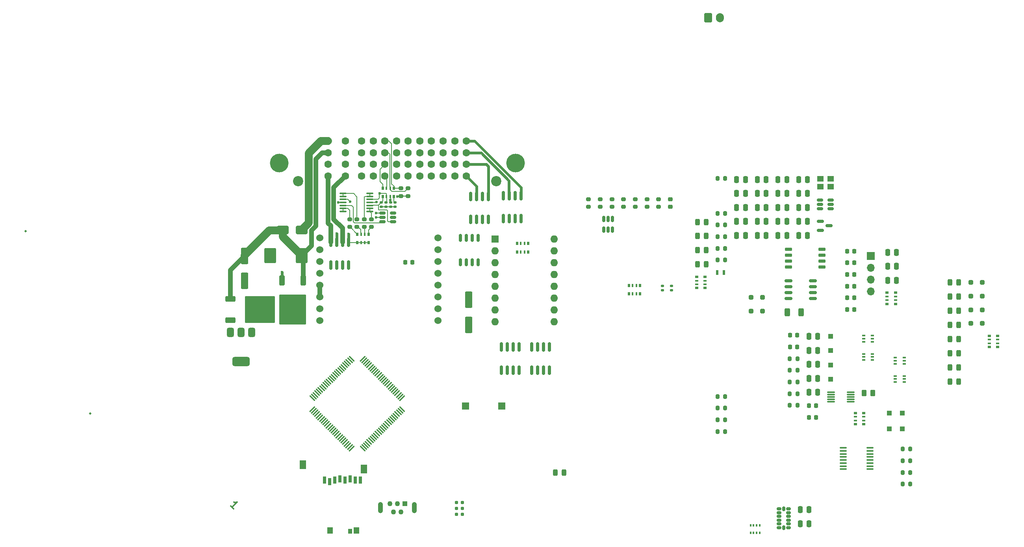
<source format=gbr>
%TF.GenerationSoftware,KiCad,Pcbnew,8.99.0-unknown-1.20241209git10cd458.fc40*%
%TF.CreationDate,2024-12-12T00:34:18-03:00*%
%TF.ProjectId,hw_v1,68775f76-312e-46b6-9963-61645f706362,rev?*%
%TF.SameCoordinates,Original*%
%TF.FileFunction,Copper,L1,Top*%
%TF.FilePolarity,Positive*%
%FSLAX46Y46*%
G04 Gerber Fmt 4.6, Leading zero omitted, Abs format (unit mm)*
G04 Created by KiCad (PCBNEW 8.99.0-unknown-1.20241209git10cd458.fc40) date 2024-12-12 00:34:18*
%MOMM*%
%LPD*%
G01*
G04 APERTURE LIST*
G04 Aperture macros list*
%AMRoundRect*
0 Rectangle with rounded corners*
0 $1 Rounding radius*
0 $2 $3 $4 $5 $6 $7 $8 $9 X,Y pos of 4 corners*
0 Add a 4 corners polygon primitive as box body*
4,1,4,$2,$3,$4,$5,$6,$7,$8,$9,$2,$3,0*
0 Add four circle primitives for the rounded corners*
1,1,$1+$1,$2,$3*
1,1,$1+$1,$4,$5*
1,1,$1+$1,$6,$7*
1,1,$1+$1,$8,$9*
0 Add four rect primitives between the rounded corners*
20,1,$1+$1,$2,$3,$4,$5,0*
20,1,$1+$1,$4,$5,$6,$7,0*
20,1,$1+$1,$6,$7,$8,$9,0*
20,1,$1+$1,$8,$9,$2,$3,0*%
G04 Aperture macros list end*
%ADD10C,0.300000*%
%TA.AperFunction,NonConductor*%
%ADD11C,0.300000*%
%TD*%
%TA.AperFunction,SMDPad,CuDef*%
%ADD12C,0.500000*%
%TD*%
%TA.AperFunction,SMDPad,CuDef*%
%ADD13RoundRect,0.150000X0.150000X-0.825000X0.150000X0.825000X-0.150000X0.825000X-0.150000X-0.825000X0*%
%TD*%
%TA.AperFunction,SMDPad,CuDef*%
%ADD14RoundRect,0.250000X-1.000000X1.400000X-1.000000X-1.400000X1.000000X-1.400000X1.000000X1.400000X0*%
%TD*%
%TA.AperFunction,SMDPad,CuDef*%
%ADD15RoundRect,0.250000X-0.250000X-0.250000X0.250000X-0.250000X0.250000X0.250000X-0.250000X0.250000X0*%
%TD*%
%TA.AperFunction,SMDPad,CuDef*%
%ADD16R,1.000000X1.000000*%
%TD*%
%TA.AperFunction,SMDPad,CuDef*%
%ADD17RoundRect,0.087500X-0.725000X-0.087500X0.725000X-0.087500X0.725000X0.087500X-0.725000X0.087500X0*%
%TD*%
%TA.AperFunction,SMDPad,CuDef*%
%ADD18RoundRect,0.243750X-0.243750X-0.456250X0.243750X-0.456250X0.243750X0.456250X-0.243750X0.456250X0*%
%TD*%
%TA.AperFunction,SMDPad,CuDef*%
%ADD19RoundRect,0.200000X-0.200000X-0.275000X0.200000X-0.275000X0.200000X0.275000X-0.200000X0.275000X0*%
%TD*%
%TA.AperFunction,SMDPad,CuDef*%
%ADD20RoundRect,0.140000X-0.170000X0.140000X-0.170000X-0.140000X0.170000X-0.140000X0.170000X0.140000X0*%
%TD*%
%TA.AperFunction,SMDPad,CuDef*%
%ADD21RoundRect,0.250000X-0.250000X-0.475000X0.250000X-0.475000X0.250000X0.475000X-0.250000X0.475000X0*%
%TD*%
%TA.AperFunction,ComponentPad*%
%ADD22R,1.600000X1.600000*%
%TD*%
%TA.AperFunction,ComponentPad*%
%ADD23O,1.600000X1.600000*%
%TD*%
%TA.AperFunction,SMDPad,CuDef*%
%ADD24RoundRect,0.225000X-0.225000X-0.250000X0.225000X-0.250000X0.225000X0.250000X-0.225000X0.250000X0*%
%TD*%
%TA.AperFunction,SMDPad,CuDef*%
%ADD25R,0.800000X0.500000*%
%TD*%
%TA.AperFunction,SMDPad,CuDef*%
%ADD26R,0.800000X0.400000*%
%TD*%
%TA.AperFunction,SMDPad,CuDef*%
%ADD27RoundRect,0.150000X-0.587500X-0.150000X0.587500X-0.150000X0.587500X0.150000X-0.587500X0.150000X0*%
%TD*%
%TA.AperFunction,SMDPad,CuDef*%
%ADD28R,0.500000X0.800000*%
%TD*%
%TA.AperFunction,SMDPad,CuDef*%
%ADD29R,0.400000X0.800000*%
%TD*%
%TA.AperFunction,SMDPad,CuDef*%
%ADD30RoundRect,0.150000X-0.150000X0.512500X-0.150000X-0.512500X0.150000X-0.512500X0.150000X0.512500X0*%
%TD*%
%TA.AperFunction,SMDPad,CuDef*%
%ADD31RoundRect,0.250000X-0.850000X-0.350000X0.850000X-0.350000X0.850000X0.350000X-0.850000X0.350000X0*%
%TD*%
%TA.AperFunction,SMDPad,CuDef*%
%ADD32RoundRect,0.250000X-1.275000X-1.125000X1.275000X-1.125000X1.275000X1.125000X-1.275000X1.125000X0*%
%TD*%
%TA.AperFunction,SMDPad,CuDef*%
%ADD33RoundRect,0.249997X-2.950003X-2.650003X2.950003X-2.650003X2.950003X2.650003X-2.950003X2.650003X0*%
%TD*%
%TA.AperFunction,SMDPad,CuDef*%
%ADD34RoundRect,0.100000X-0.637500X-0.100000X0.637500X-0.100000X0.637500X0.100000X-0.637500X0.100000X0*%
%TD*%
%TA.AperFunction,SMDPad,CuDef*%
%ADD35RoundRect,0.200000X-0.275000X0.200000X-0.275000X-0.200000X0.275000X-0.200000X0.275000X0.200000X0*%
%TD*%
%TA.AperFunction,SMDPad,CuDef*%
%ADD36RoundRect,0.375000X-0.375000X0.625000X-0.375000X-0.625000X0.375000X-0.625000X0.375000X0.625000X0*%
%TD*%
%TA.AperFunction,SMDPad,CuDef*%
%ADD37RoundRect,0.500000X-1.400000X0.500000X-1.400000X-0.500000X1.400000X-0.500000X1.400000X0.500000X0*%
%TD*%
%TA.AperFunction,SMDPad,CuDef*%
%ADD38RoundRect,0.200000X0.275000X-0.200000X0.275000X0.200000X-0.275000X0.200000X-0.275000X-0.200000X0*%
%TD*%
%TA.AperFunction,SMDPad,CuDef*%
%ADD39RoundRect,0.218750X-0.218750X-0.256250X0.218750X-0.256250X0.218750X0.256250X-0.218750X0.256250X0*%
%TD*%
%TA.AperFunction,SMDPad,CuDef*%
%ADD40RoundRect,0.150000X0.512500X0.150000X-0.512500X0.150000X-0.512500X-0.150000X0.512500X-0.150000X0*%
%TD*%
%TA.AperFunction,SMDPad,CuDef*%
%ADD41RoundRect,0.250000X-0.300000X-0.300000X0.300000X-0.300000X0.300000X0.300000X-0.300000X0.300000X0*%
%TD*%
%TA.AperFunction,SMDPad,CuDef*%
%ADD42RoundRect,0.150000X-0.675000X-0.150000X0.675000X-0.150000X0.675000X0.150000X-0.675000X0.150000X0*%
%TD*%
%TA.AperFunction,SMDPad,CuDef*%
%ADD43RoundRect,0.150000X-0.650000X-0.150000X0.650000X-0.150000X0.650000X0.150000X-0.650000X0.150000X0*%
%TD*%
%TA.AperFunction,ConnectorPad*%
%ADD44C,0.787400*%
%TD*%
%TA.AperFunction,SMDPad,CuDef*%
%ADD45R,0.600000X1.100000*%
%TD*%
%TA.AperFunction,SMDPad,CuDef*%
%ADD46RoundRect,0.250000X-0.350000X0.850000X-0.350000X-0.850000X0.350000X-0.850000X0.350000X0.850000X0*%
%TD*%
%TA.AperFunction,SMDPad,CuDef*%
%ADD47RoundRect,0.250000X-1.125000X1.275000X-1.125000X-1.275000X1.125000X-1.275000X1.125000X1.275000X0*%
%TD*%
%TA.AperFunction,SMDPad,CuDef*%
%ADD48RoundRect,0.249997X-2.650003X2.950003X-2.650003X-2.950003X2.650003X-2.950003X2.650003X2.950003X0*%
%TD*%
%TA.AperFunction,SMDPad,CuDef*%
%ADD49RoundRect,0.250000X-0.550000X1.500000X-0.550000X-1.500000X0.550000X-1.500000X0.550000X1.500000X0*%
%TD*%
%TA.AperFunction,SMDPad,CuDef*%
%ADD50RoundRect,0.150000X-0.512500X-0.150000X0.512500X-0.150000X0.512500X0.150000X-0.512500X0.150000X0*%
%TD*%
%TA.AperFunction,SMDPad,CuDef*%
%ADD51RoundRect,0.250000X-0.262500X-0.450000X0.262500X-0.450000X0.262500X0.450000X-0.262500X0.450000X0*%
%TD*%
%TA.AperFunction,SMDPad,CuDef*%
%ADD52R,0.350000X0.500000*%
%TD*%
%TA.AperFunction,ComponentPad*%
%ADD53R,1.100000X1.100000*%
%TD*%
%TA.AperFunction,ComponentPad*%
%ADD54C,1.100000*%
%TD*%
%TA.AperFunction,ComponentPad*%
%ADD55O,1.100000X2.400000*%
%TD*%
%TA.AperFunction,SMDPad,CuDef*%
%ADD56RoundRect,0.100000X-0.225000X-0.100000X0.225000X-0.100000X0.225000X0.100000X-0.225000X0.100000X0*%
%TD*%
%TA.AperFunction,SMDPad,CuDef*%
%ADD57RoundRect,0.225000X0.225000X0.250000X-0.225000X0.250000X-0.225000X-0.250000X0.225000X-0.250000X0*%
%TD*%
%TA.AperFunction,ComponentPad*%
%ADD58RoundRect,0.250000X-0.600000X-0.750000X0.600000X-0.750000X0.600000X0.750000X-0.600000X0.750000X0*%
%TD*%
%TA.AperFunction,ComponentPad*%
%ADD59O,1.700000X2.000000*%
%TD*%
%TA.AperFunction,ComponentPad*%
%ADD60C,1.524000*%
%TD*%
%TA.AperFunction,SMDPad,CuDef*%
%ADD61RoundRect,0.250000X-1.000000X-0.650000X1.000000X-0.650000X1.000000X0.650000X-1.000000X0.650000X0*%
%TD*%
%TA.AperFunction,SMDPad,CuDef*%
%ADD62RoundRect,0.150000X-0.325000X-0.150000X0.325000X-0.150000X0.325000X0.150000X-0.325000X0.150000X0*%
%TD*%
%TA.AperFunction,SMDPad,CuDef*%
%ADD63RoundRect,0.150000X-0.150000X-0.325000X0.150000X-0.325000X0.150000X0.325000X-0.150000X0.325000X0*%
%TD*%
%TA.AperFunction,SMDPad,CuDef*%
%ADD64RoundRect,0.225000X-0.250000X0.225000X-0.250000X-0.225000X0.250000X-0.225000X0.250000X0.225000X0*%
%TD*%
%TA.AperFunction,SMDPad,CuDef*%
%ADD65RoundRect,0.075000X-0.565685X0.459619X0.459619X-0.565685X0.565685X-0.459619X-0.459619X0.565685X0*%
%TD*%
%TA.AperFunction,SMDPad,CuDef*%
%ADD66RoundRect,0.075000X-0.565685X-0.459619X-0.459619X-0.565685X0.565685X0.459619X0.459619X0.565685X0*%
%TD*%
%TA.AperFunction,SMDPad,CuDef*%
%ADD67RoundRect,0.150000X0.150000X-0.675000X0.150000X0.675000X-0.150000X0.675000X-0.150000X-0.675000X0*%
%TD*%
%TA.AperFunction,SMDPad,CuDef*%
%ADD68R,0.800000X1.500000*%
%TD*%
%TA.AperFunction,SMDPad,CuDef*%
%ADD69R,1.300000X1.400000*%
%TD*%
%TA.AperFunction,SMDPad,CuDef*%
%ADD70R,1.400000X1.900000*%
%TD*%
%TA.AperFunction,SMDPad,CuDef*%
%ADD71R,0.950000X1.000000*%
%TD*%
%TA.AperFunction,SMDPad,CuDef*%
%ADD72R,1.400000X1.200000*%
%TD*%
%TA.AperFunction,SMDPad,CuDef*%
%ADD73RoundRect,0.250000X-0.312500X-0.625000X0.312500X-0.625000X0.312500X0.625000X-0.312500X0.625000X0*%
%TD*%
%TA.AperFunction,SMDPad,CuDef*%
%ADD74RoundRect,0.250000X0.550000X-1.500000X0.550000X1.500000X-0.550000X1.500000X-0.550000X-1.500000X0*%
%TD*%
%TA.AperFunction,ComponentPad*%
%ADD75C,4.000000*%
%TD*%
%TA.AperFunction,ComponentPad*%
%ADD76C,2.200000*%
%TD*%
%TA.AperFunction,ComponentPad*%
%ADD77C,1.600000*%
%TD*%
%TA.AperFunction,ComponentPad*%
%ADD78R,1.700000X1.700000*%
%TD*%
%TA.AperFunction,ComponentPad*%
%ADD79O,1.700000X1.700000*%
%TD*%
%TA.AperFunction,SMDPad,CuDef*%
%ADD80R,1.500000X1.500000*%
%TD*%
%TA.AperFunction,ViaPad*%
%ADD81C,0.600000*%
%TD*%
%TA.AperFunction,ViaPad*%
%ADD82C,1.541780*%
%TD*%
%TA.AperFunction,Conductor*%
%ADD83C,0.600000*%
%TD*%
%TA.AperFunction,Conductor*%
%ADD84C,0.203200*%
%TD*%
%TA.AperFunction,Conductor*%
%ADD85C,1.000000*%
%TD*%
%TA.AperFunction,Conductor*%
%ADD86C,0.200000*%
%TD*%
%TA.AperFunction,Conductor*%
%ADD87C,1.700000*%
%TD*%
G04 APERTURE END LIST*
D10*
D11*
X78458334Y-132585778D02*
X77841757Y-131990357D01*
X78150045Y-132288067D02*
X79192033Y-131209058D01*
X79192033Y-131209058D02*
X78940415Y-131263965D01*
X78940415Y-131263965D02*
X78738415Y-131267491D01*
X78738415Y-131267491D02*
X78586034Y-131219635D01*
D12*
%TO.P,FID2,*%
%TO.N,*%
X47625000Y-112100000D03*
%TD*%
%TO.P,FID1,*%
%TO.N,*%
X33750000Y-72925000D03*
%TD*%
D13*
%TO.P,U2,8,NC*%
%TO.N,unconnected-(U2-NC-Pad8)*%
X129463029Y-65465554D03*
%TO.P,U2,7,OUT_A*%
%TO.N,IGN-1-OUT*%
X130733029Y-65465554D03*
%TO.P,U2,6,VDD*%
%TO.N,IGN_V+*%
X132003029Y-65465554D03*
%TO.P,U2,5,OUT_B*%
%TO.N,IGN-2-OUT*%
X133273029Y-65465554D03*
%TO.P,U2,4,IN_B*%
%TO.N,/ECN1*%
X133273029Y-70415554D03*
%TO.P,U2,3,GND*%
%TO.N,GND*%
X132003029Y-70415554D03*
%TO.P,U2,2,IN_A*%
%TO.N,/ECN2*%
X130733029Y-70415554D03*
%TO.P,U2,1,NC*%
%TO.N,unconnected-(U2-NC-Pad1)*%
X129463029Y-70415554D03*
%TD*%
D14*
%TO.P,D37,2,A2*%
%TO.N,GND*%
X86325000Y-78175000D03*
%TO.P,D37,1,A1*%
%TO.N,HEATER+*%
X93125000Y-78175000D03*
%TD*%
D15*
%TO.P,D19,1,K*%
%TO.N,+5V*%
X189705000Y-90075000D03*
%TO.P,D19,2,A*%
%TO.N,VBUS*%
X192205000Y-90075000D03*
%TD*%
D16*
%TO.P,TP5,1,1*%
%TO.N,/CKP*%
X206850000Y-101675000D03*
%TD*%
D17*
%TO.P,U1,1,IN+*%
%TO.N,/CKP_CMP_Sensors/IN2+*%
X206917500Y-107575000D03*
%TO.P,U1,2,IN-*%
%TO.N,/CKP_CMP_Sensors/IN2-*%
X206917500Y-108075000D03*
%TO.P,U1,3,N.C.*%
%TO.N,unconnected-(U1-N.C.-Pad3)*%
X206917500Y-108575000D03*
%TO.P,U1,4,BIAS*%
%TO.N,GND*%
X206917500Y-109075000D03*
%TO.P,U1,5,GND*%
X206917500Y-109575000D03*
%TO.P,U1,6,ZERO_EN*%
X211142500Y-109575000D03*
%TO.P,U1,7,COUT*%
%TO.N,/CKP*%
X211142500Y-109075000D03*
%TO.P,U1,8,EXT*%
%TO.N,unconnected-(U1-EXT-Pad8)*%
X211142500Y-108575000D03*
%TO.P,U1,9,INT_THRS*%
%TO.N,GND*%
X211142500Y-108075000D03*
%TO.P,U1,10,VCC*%
%TO.N,+5V*%
X211142500Y-107575000D03*
%TD*%
D18*
%TO.P,D24,1,K*%
%TO.N,Net-(D24-K)*%
X178182500Y-73980000D03*
%TO.P,D24,2,A*%
%TO.N,+3V3*%
X180057500Y-73980000D03*
%TD*%
D19*
%TO.P,R42,1*%
%TO.N,Net-(D24-K)*%
X182505000Y-74105000D03*
%TO.P,R42,2*%
%TO.N,/LED0*%
X184155000Y-74105000D03*
%TD*%
D20*
%TO.P,C64,1*%
%TO.N,Net-(RN6-R1.2)*%
X172615000Y-84692500D03*
%TO.P,C64,2*%
%TO.N,GND*%
X172615000Y-85652500D03*
%TD*%
D21*
%TO.P,C33,1*%
%TO.N,+3V3*%
X191060000Y-64815000D03*
%TO.P,C33,2*%
%TO.N,GND*%
X192960000Y-64815000D03*
%TD*%
D18*
%TO.P,D23,1,K*%
%TO.N,Net-(D23-K)*%
X178182500Y-70940000D03*
%TO.P,D23,2,A*%
%TO.N,+3V3*%
X180057500Y-70940000D03*
%TD*%
D22*
%TO.P,A1,1,GND*%
%TO.N,GND*%
X134660000Y-74610000D03*
D23*
%TO.P,A1,2,~{FLT}*%
%TO.N,/MTR_FAULT*%
X134660000Y-77150000D03*
%TO.P,A1,3,A2*%
%TO.N,STEPPER-A2*%
X134660000Y-79690000D03*
%TO.P,A1,4,A1*%
%TO.N,STEPPER-A1*%
X134660000Y-82230000D03*
%TO.P,A1,5,B1*%
%TO.N,STEPPER-B1*%
X134660000Y-84770000D03*
%TO.P,A1,6,B2*%
%TO.N,STEPPER-B2*%
X134660000Y-87310000D03*
%TO.P,A1,7,GND*%
%TO.N,GND*%
X134660000Y-89850000D03*
%TO.P,A1,8,VMOT*%
%TO.N,HEATER+*%
X134660000Y-92390000D03*
%TO.P,A1,9,~{EN}*%
%TO.N,/MTR_ENABLE*%
X147360000Y-92390000D03*
%TO.P,A1,10,M0*%
%TO.N,Net-(A1-M0)*%
X147360000Y-89850000D03*
%TO.P,A1,11,M1*%
%TO.N,Net-(A1-M1)*%
X147360000Y-87310000D03*
%TO.P,A1,12,M2*%
%TO.N,Net-(A1-M2)*%
X147360000Y-84770000D03*
%TO.P,A1,13,~{RST}*%
%TO.N,+3V3*%
X147360000Y-82230000D03*
%TO.P,A1,14,~{SLP}*%
X147360000Y-79690000D03*
%TO.P,A1,15,STEP*%
%TO.N,/MTR_STEP*%
X147360000Y-77150000D03*
%TO.P,A1,16,DIR*%
%TO.N,/MTR_DIR*%
X147360000Y-74610000D03*
%TD*%
D24*
%TO.P,C3,1*%
%TO.N,Net-(JP2-B)*%
X198095000Y-95305000D03*
%TO.P,C3,2*%
%TO.N,GND*%
X199645000Y-95305000D03*
%TD*%
D25*
%TO.P,RN2,1,R1.1*%
%TO.N,Net-(D2-A)*%
X240950000Y-95425000D03*
D26*
%TO.P,RN2,2,R2.1*%
%TO.N,Net-(D5-A)*%
X240950000Y-96225000D03*
%TO.P,RN2,3,R3.1*%
%TO.N,Net-(D7-A)*%
X240950000Y-97025000D03*
D25*
%TO.P,RN2,4,R4.1*%
%TO.N,Net-(D10-A)*%
X240950000Y-97825000D03*
%TO.P,RN2,5,R4.2*%
%TO.N,HEATER+*%
X242750000Y-97825000D03*
D26*
%TO.P,RN2,6,R3.2*%
X242750000Y-97025000D03*
%TO.P,RN2,7,R2.2*%
X242750000Y-96225000D03*
D25*
%TO.P,RN2,8,R1.2*%
X242750000Y-95425000D03*
%TD*%
D27*
%TO.P,U16,1,IN*%
%TO.N,+5V*%
X204642500Y-70820000D03*
%TO.P,U16,2,OUT*%
%TO.N,VDDA*%
X204642500Y-72720000D03*
%TO.P,U16,3,GND*%
%TO.N,GND*%
X206517500Y-71770000D03*
%TD*%
D18*
%TO.P,D7,1,K*%
%TO.N,Net-(D7-K)*%
X232482500Y-96130000D03*
%TO.P,D7,2,A*%
%TO.N,Net-(D7-A)*%
X234357500Y-96130000D03*
%TD*%
D20*
%TO.P,C66,1*%
%TO.N,Net-(RN6-R3.2)*%
X170645000Y-84692500D03*
%TO.P,C66,2*%
%TO.N,GND*%
X170645000Y-85652500D03*
%TD*%
D18*
%TO.P,D25,1,K*%
%TO.N,Net-(D25-K)*%
X178182500Y-77020000D03*
%TO.P,D25,2,A*%
%TO.N,+3V3*%
X180057500Y-77020000D03*
%TD*%
D21*
%TO.P,C34,1*%
%TO.N,VDDA*%
X191060000Y-67825000D03*
%TO.P,C34,2*%
%TO.N,GND*%
X192960000Y-67825000D03*
%TD*%
D20*
%TO.P,C19,1*%
%TO.N,Net-(RN4-R1.2)*%
X113177885Y-66732868D03*
%TO.P,C19,2*%
%TO.N,GND*%
X113177885Y-67692868D03*
%TD*%
D13*
%TO.P,U3,1,NC*%
%TO.N,unconnected-(U3-NC-Pad1)*%
X136420000Y-70225000D03*
%TO.P,U3,2,IN_A*%
%TO.N,/ECN4*%
X137690000Y-70225000D03*
%TO.P,U3,3,GND*%
%TO.N,GND*%
X138960000Y-70225000D03*
%TO.P,U3,4,IN_B*%
%TO.N,/ECN3*%
X140230000Y-70225000D03*
%TO.P,U3,5,OUT_B*%
%TO.N,IGN-4-OUT*%
X140230000Y-65275000D03*
%TO.P,U3,6,VDD*%
%TO.N,IGN_V+*%
X138960000Y-65275000D03*
%TO.P,U3,7,OUT_A*%
%TO.N,IGN-3-OUT*%
X137690000Y-65275000D03*
%TO.P,U3,8,NC*%
%TO.N,unconnected-(U3-NC-Pad8)*%
X136420000Y-65275000D03*
%TD*%
D18*
%TO.P,D4,1,K*%
%TO.N,GND*%
X232482500Y-90050000D03*
%TO.P,D4,2,A*%
%TO.N,Net-(D4-A)*%
X234357500Y-90050000D03*
%TD*%
D21*
%TO.P,C46,1*%
%TO.N,VDDA*%
X199960000Y-73845000D03*
%TO.P,C46,2*%
%TO.N,GND*%
X201860000Y-73845000D03*
%TD*%
D15*
%TO.P,D18,1,K*%
%TO.N,Net-(BT1-+)*%
X189705000Y-87125000D03*
%TO.P,D18,2,A*%
%TO.N,+3V3*%
X192205000Y-87125000D03*
%TD*%
D28*
%TO.P,RN4,1,R1.1*%
%TO.N,CLT_Sensor*%
X112948793Y-63720123D03*
D29*
%TO.P,RN4,2,R2.1*%
%TO.N,IAT_Sensor*%
X112148793Y-63720123D03*
%TO.P,RN4,3,R3.1*%
%TO.N,TPS_Sensor*%
X111348793Y-63720123D03*
D28*
%TO.P,RN4,4,R4.1*%
%TO.N,MAP_Sensor*%
X110548793Y-63720123D03*
%TO.P,RN4,5,R4.2*%
%TO.N,Net-(RN4-R4.2)*%
X110548793Y-65520123D03*
D29*
%TO.P,RN4,6,R3.2*%
%TO.N,Net-(RN4-R3.2)*%
X111348793Y-65520123D03*
%TO.P,RN4,7,R2.2*%
%TO.N,Net-(RN4-R2.2)*%
X112148793Y-65520123D03*
D28*
%TO.P,RN4,8,R1.2*%
%TO.N,Net-(RN4-R1.2)*%
X112948793Y-65520123D03*
%TD*%
D18*
%TO.P,D9,1,K*%
%TO.N,GND*%
X232482500Y-99170000D03*
%TO.P,D9,2,A*%
%TO.N,Net-(D9-A)*%
X234357500Y-99170000D03*
%TD*%
D30*
%TO.P,D16,1*%
%TO.N,unconnected-(D16-Pad1)*%
X159950000Y-70325000D03*
%TO.P,D16,2*%
%TO.N,GND*%
X159000000Y-70325000D03*
%TO.P,D16,3*%
%TO.N,Net-(RN6-R1.2)*%
X158050000Y-70325000D03*
%TO.P,D16,4*%
%TO.N,unconnected-(D16-Pad4)*%
X158050000Y-72600000D03*
%TO.P,D16,5*%
%TO.N,+5C*%
X159000000Y-72600000D03*
%TO.P,D16,6*%
%TO.N,Net-(RN6-R3.2)*%
X159950000Y-72600000D03*
%TD*%
D21*
%TO.P,C39,1*%
%TO.N,+3V3*%
X195510000Y-67825000D03*
%TO.P,C39,2*%
%TO.N,GND*%
X197410000Y-67825000D03*
%TD*%
D18*
%TO.P,D1,1,K*%
%TO.N,GND*%
X232482500Y-83970000D03*
%TO.P,D1,2,A*%
%TO.N,Net-(D1-A)*%
X234357500Y-83970000D03*
%TD*%
D15*
%TO.P,D11,1,K*%
%TO.N,INJ-1-OUT*%
X236945000Y-92775000D03*
%TO.P,D11,2,A*%
%TO.N,Net-(D10-K)*%
X239445000Y-92775000D03*
%TD*%
D19*
%TO.P,R38,1*%
%TO.N,Net-(D23-K)*%
X182505000Y-71595000D03*
%TO.P,R38,2*%
%TO.N,GND*%
X184155000Y-71595000D03*
%TD*%
D21*
%TO.P,C5,1*%
%TO.N,/CKP_CMP_Sensors/IN2-*%
X202150000Y-101575000D03*
%TO.P,C5,2*%
%TO.N,/CKP_CMP_Sensors/IN2+*%
X204050000Y-101575000D03*
%TD*%
%TO.P,C26,1*%
%TO.N,Net-(U13-VCAP_1)*%
X186610000Y-64815000D03*
%TO.P,C26,2*%
%TO.N,GND*%
X188510000Y-64815000D03*
%TD*%
D19*
%TO.P,R3,1*%
%TO.N,/CKP_CMP_Sensors/CKP_VR*%
X198045000Y-105345000D03*
%TO.P,R3,2*%
%TO.N,/CKP_CMP_Sensors/IN2+*%
X199695000Y-105345000D03*
%TD*%
D31*
%TO.P,U19,1,IN*%
%TO.N,HEATER+*%
X77825000Y-87520000D03*
D32*
%TO.P,U19,2,GND*%
%TO.N,GND*%
X82450000Y-88275000D03*
X82450000Y-91325000D03*
D33*
X84125000Y-89800000D03*
D32*
X85800000Y-88275000D03*
X85800000Y-91325000D03*
D31*
%TO.P,U19,3,OUT*%
%TO.N,+5V*%
X77825000Y-92080000D03*
%TD*%
D21*
%TO.P,C30,1*%
%TO.N,GND*%
X186610000Y-70835000D03*
%TO.P,C30,2*%
%TO.N,/NRST*%
X188510000Y-70835000D03*
%TD*%
D19*
%TO.P,R5,1*%
%TO.N,GND*%
X182505000Y-108465000D03*
%TO.P,R5,2*%
%TO.N,/INY2*%
X184155000Y-108465000D03*
%TD*%
D34*
%TO.P,U5,1,IN1*%
%TO.N,/fuel_pump*%
X209537500Y-119535000D03*
%TO.P,U5,2,IN2*%
%TO.N,/fan1*%
X209537500Y-120185000D03*
%TO.P,U5,3,IN3*%
%TO.N,/fan2*%
X209537500Y-120835000D03*
%TO.P,U5,4,IN4*%
%TO.N,/RPM_OUT*%
X209537500Y-121485000D03*
%TO.P,U5,5,IN5*%
X209537500Y-122135000D03*
%TO.P,U5,6,IN6*%
%TO.N,/CEL_OUT*%
X209537500Y-122785000D03*
%TO.P,U5,7,IN7*%
X209537500Y-123435000D03*
%TO.P,U5,8,GND*%
%TO.N,GND*%
X209537500Y-124085000D03*
%TO.P,U5,9,COM*%
%TO.N,HEATER+*%
X215262500Y-124085000D03*
%TO.P,U5,10,OUT7*%
%TO.N,CEL-OUT*%
X215262500Y-123435000D03*
%TO.P,U5,11,OUT6*%
X215262500Y-122785000D03*
%TO.P,U5,12,OUT5*%
%TO.N,TACHO-OUT*%
X215262500Y-122135000D03*
%TO.P,U5,13,OUT4*%
X215262500Y-121485000D03*
%TO.P,U5,14,OUT3*%
%TO.N,FAN2-OUT*%
X215262500Y-120835000D03*
%TO.P,U5,15,OUT2*%
%TO.N,FAN-OUT*%
X215262500Y-120185000D03*
%TO.P,U5,16,OUT1*%
%TO.N,FUELPUMP-OUT*%
X215262500Y-119535000D03*
%TD*%
D21*
%TO.P,C49,1*%
%TO.N,+5V*%
X219055000Y-83495000D03*
%TO.P,C49,2*%
%TO.N,GND*%
X220955000Y-83495000D03*
%TD*%
%TO.P,C32,1*%
%TO.N,VDDA*%
X191060000Y-61805000D03*
%TO.P,C32,2*%
%TO.N,GND*%
X192960000Y-61805000D03*
%TD*%
D16*
%TO.P,TP19,1,1*%
%TO.N,/CMP*%
X206850000Y-104725000D03*
%TD*%
D24*
%TO.P,C54,1*%
%TO.N,SW_SHIFT*%
X210350000Y-89775000D03*
%TO.P,C54,2*%
%TO.N,GND*%
X211900000Y-89775000D03*
%TD*%
D25*
%TO.P,RN5,1,R1.1*%
%TO.N,unconnected-(RN5-R1.1-Pad1)*%
X212150000Y-112025000D03*
D26*
%TO.P,RN5,2,R2.1*%
%TO.N,+5C*%
X212150000Y-112825000D03*
%TO.P,RN5,3,R3.1*%
%TO.N,unconnected-(RN5-R3.1-Pad3)*%
X212150000Y-113625000D03*
D25*
%TO.P,RN5,4,R4.1*%
%TO.N,+5C*%
X212150000Y-114425000D03*
%TO.P,RN5,5,R4.2*%
%TO.N,Net-(JP2-B)*%
X213950000Y-114425000D03*
D26*
%TO.P,RN5,6,R3.2*%
%TO.N,unconnected-(RN5-R3.2-Pad6)*%
X213950000Y-113625000D03*
%TO.P,RN5,7,R2.2*%
%TO.N,CAM+*%
X213950000Y-112825000D03*
D25*
%TO.P,RN5,8,R1.2*%
%TO.N,unconnected-(RN5-R1.2-Pad8)*%
X213950000Y-112025000D03*
%TD*%
D35*
%TO.P,R102,1*%
%TO.N,/O2*%
X162305000Y-66057500D03*
%TO.P,R102,2*%
%TO.N,Net-(U24D--)*%
X162305000Y-67707500D03*
%TD*%
D21*
%TO.P,C35,1*%
%TO.N,+3V3*%
X191060000Y-70835000D03*
%TO.P,C35,2*%
%TO.N,GND*%
X192960000Y-70835000D03*
%TD*%
D19*
%TO.P,R27,1*%
%TO.N,Net-(U13-BOOT0)*%
X182505000Y-61555000D03*
%TO.P,R27,2*%
%TO.N,GND*%
X184155000Y-61555000D03*
%TD*%
%TO.P,R58,1*%
%TO.N,Net-(U18-IN2)*%
X222300000Y-127300000D03*
%TO.P,R58,2*%
%TO.N,/boost*%
X223950000Y-127300000D03*
%TD*%
D36*
%TO.P,U8,1,GND*%
%TO.N,GND*%
X82387500Y-94675000D03*
%TO.P,U8,2,VO*%
%TO.N,+3V3*%
X80087500Y-94675000D03*
D37*
X80087500Y-100975000D03*
D36*
%TO.P,U8,3,VI*%
%TO.N,+5V*%
X77787500Y-94675000D03*
%TD*%
D38*
%TO.P,R81,1*%
%TO.N,/TPS*%
X106550000Y-72025000D03*
%TO.P,R81,2*%
%TO.N,Net-(U23D--)*%
X106550000Y-70375000D03*
%TD*%
D24*
%TO.P,C53,1*%
%TO.N,SW_USER*%
X210350000Y-87265000D03*
%TO.P,C53,2*%
%TO.N,GND*%
X211900000Y-87265000D03*
%TD*%
D38*
%TO.P,R79,1*%
%TO.N,/CLT*%
X103450000Y-72025000D03*
%TO.P,R79,2*%
%TO.N,Net-(U23B--)*%
X103450000Y-70375000D03*
%TD*%
D39*
%TO.P,D15,1,K*%
%TO.N,Net-(D15-K)*%
X202132500Y-112985000D03*
%TO.P,D15,2,A*%
%TO.N,+5C*%
X203707500Y-112985000D03*
%TD*%
D24*
%TO.P,C4,1*%
%TO.N,CAM+*%
X198095000Y-97815000D03*
%TO.P,C4,2*%
%TO.N,GND*%
X199645000Y-97815000D03*
%TD*%
D40*
%TO.P,D14,1*%
%TO.N,Net-(RN4-R4.2)*%
X112750000Y-70900000D03*
%TO.P,D14,2*%
%TO.N,GND*%
X112750000Y-69950000D03*
%TO.P,D14,3*%
%TO.N,Net-(RN4-R3.2)*%
X112750000Y-69000000D03*
%TO.P,D14,4*%
%TO.N,Net-(RN4-R2.2)*%
X110475000Y-69000000D03*
%TO.P,D14,5*%
%TO.N,+5C*%
X110475000Y-69950000D03*
%TO.P,D14,6*%
%TO.N,Net-(RN4-R1.2)*%
X110475000Y-70900000D03*
%TD*%
D13*
%TO.P,U12,1,IN1*%
%TO.N,/INY1*%
X136015000Y-102800000D03*
%TO.P,U12,2,STATUS1*%
%TO.N,unconnected-(U12-STATUS1-Pad2)*%
X137285000Y-102800000D03*
%TO.P,U12,3,IN2*%
%TO.N,/INY2*%
X138555000Y-102800000D03*
%TO.P,U12,4,STATUS2*%
%TO.N,unconnected-(U12-STATUS2-Pad4)*%
X139825000Y-102800000D03*
%TO.P,U12,5,S2*%
%TO.N,GND*%
X139825000Y-97850000D03*
%TO.P,U12,6,D2*%
%TO.N,INJ-2-OUT*%
X138555000Y-97850000D03*
%TO.P,U12,7,S1*%
%TO.N,GND*%
X137285000Y-97850000D03*
%TO.P,U12,8,D1*%
%TO.N,INJ-1-OUT*%
X136015000Y-97850000D03*
%TD*%
D35*
%TO.P,R99,1*%
%TO.N,O2_Sensor*%
X169835000Y-66057500D03*
%TO.P,R99,2*%
%TO.N,GND*%
X169835000Y-67707500D03*
%TD*%
D21*
%TO.P,C45,1*%
%TO.N,VDDA*%
X199960000Y-70835000D03*
%TO.P,C45,2*%
%TO.N,GND*%
X201860000Y-70835000D03*
%TD*%
D18*
%TO.P,D2,1,K*%
%TO.N,Net-(D2-K)*%
X232482500Y-87010000D03*
%TO.P,D2,2,A*%
%TO.N,Net-(D2-A)*%
X234357500Y-87010000D03*
%TD*%
D21*
%TO.P,C44,1*%
%TO.N,+5V*%
X199960000Y-67825000D03*
%TO.P,C44,2*%
%TO.N,GND*%
X201860000Y-67825000D03*
%TD*%
D19*
%TO.P,R2,1*%
%TO.N,CRANK-*%
X198045000Y-102835000D03*
%TO.P,R2,2*%
%TO.N,/CKP_CMP_Sensors/IN2-*%
X199695000Y-102835000D03*
%TD*%
D35*
%TO.P,R101,1*%
%TO.N,Net-(RN6-R3.1)*%
X164815000Y-66057500D03*
%TO.P,R101,2*%
%TO.N,HEATER+*%
X164815000Y-67707500D03*
%TD*%
D41*
%TO.P,D30,1,K*%
%TO.N,HEATER+*%
X219470000Y-115390000D03*
%TO.P,D30,2,A*%
%TO.N,BOOST-OUT*%
X222270000Y-115390000D03*
%TD*%
D24*
%TO.P,C52,1*%
%TO.N,SW_AC*%
X210350000Y-84755000D03*
%TO.P,C52,2*%
%TO.N,GND*%
X211900000Y-84755000D03*
%TD*%
D21*
%TO.P,C43,1*%
%TO.N,OSC_OUT*%
X199960000Y-64815000D03*
%TO.P,C43,2*%
%TO.N,GND*%
X201860000Y-64815000D03*
%TD*%
%TO.P,C7,1*%
%TO.N,/CKP*%
X202150000Y-104585000D03*
%TO.P,C7,2*%
%TO.N,Net-(JP11-B)*%
X204050000Y-104585000D03*
%TD*%
D25*
%TO.P,RN7,1,R1.1*%
%TO.N,+5C*%
X218955000Y-86175000D03*
D26*
%TO.P,RN7,2,R2.1*%
X218955000Y-86975000D03*
%TO.P,RN7,3,R3.1*%
X218955000Y-87775000D03*
D25*
%TO.P,RN7,4,R4.1*%
X218955000Y-88575000D03*
%TO.P,RN7,5,R4.2*%
%TO.N,SW_USER*%
X220755000Y-88575000D03*
D26*
%TO.P,RN7,6,R3.2*%
%TO.N,SW_TABLE*%
X220755000Y-87775000D03*
%TO.P,RN7,7,R2.2*%
%TO.N,SW_SHIFT*%
X220755000Y-86975000D03*
D25*
%TO.P,RN7,8,R1.2*%
%TO.N,SW_AC*%
X220755000Y-86175000D03*
%TD*%
D21*
%TO.P,C8,1*%
%TO.N,/CKP*%
X202150000Y-107595000D03*
%TO.P,C8,2*%
%TO.N,Net-(JP12-B)*%
X204050000Y-107595000D03*
%TD*%
D18*
%TO.P,D26,1,K*%
%TO.N,Net-(D26-K)*%
X178182500Y-80060000D03*
%TO.P,D26,2,A*%
%TO.N,+3V3*%
X180057500Y-80060000D03*
%TD*%
D42*
%TO.P,U14,1,TXD*%
%TO.N,/CAN1_TX*%
X197785000Y-83630000D03*
%TO.P,U14,2,GND*%
%TO.N,GND*%
X197785000Y-84900000D03*
%TO.P,U14,3,VCC*%
%TO.N,+5V*%
X197785000Y-86170000D03*
%TO.P,U14,4,RXD*%
%TO.N,/CAN1_RX*%
X197785000Y-87440000D03*
%TO.P,U14,5,VIO*%
%TO.N,+3V3*%
X203035000Y-87440000D03*
%TO.P,U14,6,CANL*%
%TO.N,CAN-*%
X203035000Y-86170000D03*
%TO.P,U14,7,CANH*%
%TO.N,CAN+*%
X203035000Y-84900000D03*
%TO.P,U14,8,S*%
%TO.N,GND*%
X203035000Y-83630000D03*
%TD*%
D43*
%TO.P,U15,1,~{CS}*%
%TO.N,/MEMORY_CS*%
X197760000Y-76860000D03*
%TO.P,U15,2,MISO*%
%TO.N,/SPI2_MISO*%
X197760000Y-78130000D03*
%TO.P,U15,3,~{WP}*%
%TO.N,+3V3*%
X197760000Y-79400000D03*
%TO.P,U15,4,GND*%
%TO.N,GND*%
X197760000Y-80670000D03*
%TO.P,U15,5,MOSI*%
%TO.N,/SPI2_MOSI*%
X204960000Y-80670000D03*
%TO.P,U15,6,SCK*%
%TO.N,/SPI2_SCK*%
X204960000Y-79400000D03*
%TO.P,U15,7,~{HOLD}*%
%TO.N,+3V3*%
X204960000Y-78130000D03*
%TO.P,U15,8,VCC*%
X204960000Y-76860000D03*
%TD*%
D44*
%TO.P,J9,1,Pin_1*%
%TO.N,+3V3*%
X126365000Y-131230000D03*
%TO.P,J9,2,Pin_2*%
%TO.N,/SYS_SWDIO*%
X127635000Y-131230000D03*
%TO.P,J9,3,Pin_3*%
%TO.N,/NRST*%
X126365000Y-132500000D03*
%TO.P,J9,4,Pin_4*%
%TO.N,/SYS_SWCLK*%
X127635000Y-132500000D03*
%TO.P,J9,5,Pin_5*%
%TO.N,GND*%
X126365000Y-133770000D03*
%TO.P,J9,6,Pin_6*%
%TO.N,/SYS_SWO*%
X127635000Y-133770000D03*
%TD*%
D21*
%TO.P,C40,1*%
%TO.N,OSC32_IN*%
X195510000Y-70835000D03*
%TO.P,C40,2*%
%TO.N,GND*%
X197410000Y-70835000D03*
%TD*%
D13*
%TO.P,U20,1,IN1*%
%TO.N,/INY3*%
X142595000Y-102800000D03*
%TO.P,U20,2,STATUS1*%
%TO.N,unconnected-(U20-STATUS1-Pad2)*%
X143865000Y-102800000D03*
%TO.P,U20,3,IN2*%
%TO.N,/INY4*%
X145135000Y-102800000D03*
%TO.P,U20,4,STATUS2*%
%TO.N,unconnected-(U20-STATUS2-Pad4)*%
X146405000Y-102800000D03*
%TO.P,U20,5,S2*%
%TO.N,GND*%
X146405000Y-97850000D03*
%TO.P,U20,6,D2*%
%TO.N,INJ-4-OUT*%
X145135000Y-97850000D03*
%TO.P,U20,7,S1*%
%TO.N,GND*%
X143865000Y-97850000D03*
%TO.P,U20,8,D1*%
%TO.N,INJ-3-OUT*%
X142595000Y-97850000D03*
%TD*%
D15*
%TO.P,D8,1,K*%
%TO.N,INJ-2-OUT*%
X236945000Y-89825000D03*
%TO.P,D8,2,A*%
%TO.N,Net-(D7-K)*%
X239445000Y-89825000D03*
%TD*%
D45*
%TO.P,Y1,1,1*%
%TO.N,OSC32_OUT*%
X182450000Y-81805000D03*
%TO.P,Y1,2,2*%
%TO.N,OSC32_IN*%
X183850000Y-81805000D03*
%TD*%
D19*
%TO.P,R11,1*%
%TO.N,+3V3*%
X198045000Y-110365000D03*
%TO.P,R11,2*%
%TO.N,/CKP*%
X199695000Y-110365000D03*
%TD*%
D15*
%TO.P,D3,1,K*%
%TO.N,INJ-4-OUT*%
X236945000Y-83925000D03*
%TO.P,D3,2,A*%
%TO.N,Net-(D2-K)*%
X239445000Y-83925000D03*
%TD*%
D21*
%TO.P,C2,1*%
%TO.N,CRANK-*%
X202150000Y-98565000D03*
%TO.P,C2,2*%
%TO.N,GND*%
X204050000Y-98565000D03*
%TD*%
%TO.P,C37,1*%
%TO.N,+3V3*%
X195510000Y-61805000D03*
%TO.P,C37,2*%
%TO.N,GND*%
X197410000Y-61805000D03*
%TD*%
D46*
%TO.P,U11,1,IN*%
%TO.N,HEATER+*%
X93480000Y-83500000D03*
D47*
%TO.P,U11,2,GND*%
%TO.N,GND*%
X92725000Y-88125000D03*
X89675000Y-88125000D03*
D48*
X91200000Y-89800000D03*
D47*
X92725000Y-91475000D03*
X89675000Y-91475000D03*
D46*
%TO.P,U11,3,OUT*%
%TO.N,+5C*%
X88920000Y-83500000D03*
%TD*%
D19*
%TO.P,R43,1*%
%TO.N,Net-(D25-K)*%
X182505000Y-76615000D03*
%TO.P,R43,2*%
%TO.N,/LED1*%
X184155000Y-76615000D03*
%TD*%
D13*
%TO.P,U18,1,IN1*%
%TO.N,Net-(U18-IN1)*%
X99345000Y-80225000D03*
%TO.P,U18,2,STATUS1*%
%TO.N,unconnected-(U18-STATUS1-Pad2)*%
X100615000Y-80225000D03*
%TO.P,U18,3,IN2*%
%TO.N,Net-(U18-IN2)*%
X101885000Y-80225000D03*
%TO.P,U18,4,STATUS2*%
%TO.N,unconnected-(U18-STATUS2-Pad4)*%
X103155000Y-80225000D03*
%TO.P,U18,5,SOURCE2*%
%TO.N,GND*%
X103155000Y-75275000D03*
%TO.P,U18,6,DRAIN2*%
%TO.N,BOOST-OUT*%
X101885000Y-75275000D03*
%TO.P,U18,7,SOURCE1*%
%TO.N,GND*%
X100615000Y-75275000D03*
%TO.P,U18,8,DRAIN1*%
%TO.N,IDLE-OUT*%
X99345000Y-75275000D03*
%TD*%
D21*
%TO.P,C31,1*%
%TO.N,+3V3*%
X186610000Y-73845000D03*
%TO.P,C31,2*%
%TO.N,GND*%
X188510000Y-73845000D03*
%TD*%
D38*
%TO.P,R82,1*%
%TO.N,/MAP*%
X108100000Y-72025000D03*
%TO.P,R82,2*%
%TO.N,Net-(U23C--)*%
X108100000Y-70375000D03*
%TD*%
D19*
%TO.P,R55,1*%
%TO.N,GND*%
X222300000Y-119770000D03*
%TO.P,R55,2*%
%TO.N,/boost*%
X223950000Y-119770000D03*
%TD*%
%TO.P,R44,1*%
%TO.N,Net-(D26-K)*%
X182505000Y-79125000D03*
%TO.P,R44,2*%
%TO.N,/LED2*%
X184155000Y-79125000D03*
%TD*%
D49*
%TO.P,C69,1*%
%TO.N,HEATER+*%
X80875000Y-78225000D03*
%TO.P,C69,2*%
%TO.N,GND*%
X80875000Y-83625000D03*
%TD*%
D21*
%TO.P,C29,1*%
%TO.N,Net-(U13-VCAP_2)*%
X186610000Y-67825000D03*
%TO.P,C29,2*%
%TO.N,GND*%
X188510000Y-67825000D03*
%TD*%
%TO.P,C38,1*%
%TO.N,+3V3*%
X195510000Y-64815000D03*
%TO.P,C38,2*%
%TO.N,GND*%
X197410000Y-64815000D03*
%TD*%
%TO.P,C36,1*%
%TO.N,+3V3*%
X191060000Y-73845000D03*
%TO.P,C36,2*%
%TO.N,GND*%
X192960000Y-73845000D03*
%TD*%
%TO.P,C1,1*%
%TO.N,/CKP_CMP_Sensors/CKP_VR*%
X202150000Y-95555000D03*
%TO.P,C1,2*%
%TO.N,GND*%
X204050000Y-95555000D03*
%TD*%
D50*
%TO.P,U17,1,IO1*%
%TO.N,USB_D-*%
X204572500Y-66200000D03*
%TO.P,U17,2,VN*%
%TO.N,GND*%
X204572500Y-67150000D03*
%TO.P,U17,3,IO2*%
%TO.N,USB_D+*%
X204572500Y-68100000D03*
%TO.P,U17,4,IO3*%
%TO.N,VBUS*%
X206847500Y-68100000D03*
%TO.P,U17,5,VP*%
%TO.N,+5V*%
X206847500Y-67150000D03*
%TO.P,U17,6,IO4*%
%TO.N,unconnected-(U17-IO4-Pad6)*%
X206847500Y-66200000D03*
%TD*%
D51*
%TO.P,R7,1*%
%TO.N,/CKP_CMP_Sensors/IN2-*%
X214027500Y-107725000D03*
%TO.P,R7,2*%
%TO.N,Net-(JP3-B)*%
X215852500Y-107725000D03*
%TD*%
D52*
%TO.P,U10,1,GND*%
%TO.N,GND*%
X189615000Y-136180000D03*
%TO.P,U10,2,CSB*%
%TO.N,BARO_CS*%
X190265000Y-136180000D03*
%TO.P,U10,3,SDI*%
%TO.N,/SPI2_MOSI*%
X190915000Y-136180000D03*
%TO.P,U10,4,SCK*%
%TO.N,/SPI2_SCK*%
X191565000Y-136180000D03*
%TO.P,U10,5,SDO*%
%TO.N,/SPI2_MISO*%
X191565000Y-137780000D03*
%TO.P,U10,6,VDDIO*%
%TO.N,+3V3*%
X190915000Y-137780000D03*
%TO.P,U10,7,GND*%
%TO.N,GND*%
X190265000Y-137780000D03*
%TO.P,U10,8,VDD*%
%TO.N,+3V3*%
X189615000Y-137780000D03*
%TD*%
D19*
%TO.P,R9,1*%
%TO.N,GND*%
X182505000Y-115995000D03*
%TO.P,R9,2*%
%TO.N,/INY3*%
X184155000Y-115995000D03*
%TD*%
D35*
%TO.P,R100,1*%
%TO.N,Net-(RN6-R3.1)*%
X167325000Y-66057500D03*
%TO.P,R100,2*%
%TO.N,GND*%
X167325000Y-67707500D03*
%TD*%
D53*
%TO.P,J8,1,VBUS*%
%TO.N,VBUS*%
X115282266Y-131520713D03*
D54*
%TO.P,J8,2,D-*%
%TO.N,USB_D-*%
X114482266Y-133270713D03*
%TO.P,J8,3,D+*%
%TO.N,USB_D+*%
X113682266Y-131520713D03*
%TO.P,J8,4,GND*%
%TO.N,GND*%
X112882266Y-133270713D03*
%TO.P,J8,5,Shield*%
X112082266Y-131520713D03*
D55*
%TO.P,J8,6*%
%TO.N,N/C*%
X117332266Y-132395713D03*
X110032266Y-132395713D03*
%TD*%
D35*
%TO.P,R75,1*%
%TO.N,IAT_Sensor*%
X115975000Y-63725000D03*
%TO.P,R75,2*%
%TO.N,+5C*%
X115975000Y-65375000D03*
%TD*%
D24*
%TO.P,C48,1*%
%TO.N,HEATER+*%
X210350000Y-79735000D03*
%TO.P,C48,2*%
%TO.N,GND*%
X211900000Y-79735000D03*
%TD*%
D28*
%TO.P,RN6,1,R1.1*%
%TO.N,O2_Sensor*%
X165855000Y-84612500D03*
D29*
%TO.P,RN6,2,R2.1*%
%TO.N,unconnected-(RN6-R2.1-Pad2)*%
X165055000Y-84612500D03*
%TO.P,RN6,3,R3.1*%
%TO.N,Net-(RN6-R3.1)*%
X164255000Y-84612500D03*
D28*
%TO.P,RN6,4,R4.1*%
%TO.N,unconnected-(RN6-R4.1-Pad4)*%
X163455000Y-84612500D03*
%TO.P,RN6,5,R4.2*%
%TO.N,unconnected-(RN6-R4.2-Pad5)*%
X163455000Y-86412500D03*
D29*
%TO.P,RN6,6,R3.2*%
%TO.N,Net-(RN6-R3.2)*%
X164255000Y-86412500D03*
%TO.P,RN6,7,R2.2*%
%TO.N,unconnected-(RN6-R2.2-Pad7)*%
X165055000Y-86412500D03*
D28*
%TO.P,RN6,8,R1.2*%
%TO.N,Net-(RN6-R1.2)*%
X165855000Y-86412500D03*
%TD*%
D39*
%TO.P,D13,1,K*%
%TO.N,Net-(D13-K)*%
X202132500Y-110395000D03*
%TO.P,D13,2,A*%
%TO.N,+5C*%
X203707500Y-110395000D03*
%TD*%
D18*
%TO.P,D22,1,K*%
%TO.N,Net-(D22-K)*%
X147600000Y-124800000D03*
%TO.P,D22,2,A*%
%TO.N,+5V*%
X149475000Y-124800000D03*
%TD*%
D56*
%TO.P,U26,1*%
%TO.N,SW_SHIFT*%
X220745000Y-104055000D03*
%TO.P,U26,2,GND*%
%TO.N,GND*%
X220745000Y-104705000D03*
%TO.P,U26,3*%
%TO.N,SW_AC*%
X220745000Y-105355000D03*
%TO.P,U26,4*%
%TO.N,/SW_TABLE_m*%
X222645000Y-105355000D03*
%TO.P,U26,5,VCC*%
%TO.N,+3V3*%
X222645000Y-104705000D03*
%TO.P,U26,6*%
%TO.N,/SW_SHIFT_m*%
X222645000Y-104055000D03*
%TD*%
D18*
%TO.P,D12,1,K*%
%TO.N,GND*%
X232482500Y-105250000D03*
%TO.P,D12,2,A*%
%TO.N,Net-(D12-A)*%
X234357500Y-105250000D03*
%TD*%
D57*
%TO.P,C63,1*%
%TO.N,+5C*%
X116925000Y-79650000D03*
%TO.P,C63,2*%
%TO.N,GND*%
X115375000Y-79650000D03*
%TD*%
D58*
%TO.P,BT1,1,+*%
%TO.N,Net-(BT1-+)*%
X180500000Y-27000000D03*
D59*
%TO.P,BT1,2,-*%
%TO.N,GND*%
X183000000Y-27000000D03*
%TD*%
D56*
%TO.P,U25,1*%
%TO.N,SW_USER*%
X220745000Y-100130000D03*
%TO.P,U25,2,GND*%
%TO.N,GND*%
X220745000Y-100780000D03*
%TO.P,U25,3*%
%TO.N,SW_TABLE*%
X220745000Y-101430000D03*
%TO.P,U25,4*%
%TO.N,/SW_AC_m*%
X222645000Y-101430000D03*
%TO.P,U25,5,VCC*%
%TO.N,+3V3*%
X222645000Y-100780000D03*
%TO.P,U25,6*%
%TO.N,/SW_USER_m*%
X222645000Y-100130000D03*
%TD*%
D20*
%TO.P,C58,1*%
%TO.N,Net-(RN4-R3.2)*%
X111231997Y-66726965D03*
%TO.P,C58,2*%
%TO.N,GND*%
X111231997Y-67686965D03*
%TD*%
D19*
%TO.P,R37,1*%
%TO.N,Net-(D22-K)*%
X182505000Y-69085000D03*
%TO.P,R37,2*%
%TO.N,GND*%
X184155000Y-69085000D03*
%TD*%
D15*
%TO.P,D6,1,K*%
%TO.N,INJ-3-OUT*%
X236945000Y-86875000D03*
%TO.P,D6,2,A*%
%TO.N,Net-(D5-K)*%
X239445000Y-86875000D03*
%TD*%
D35*
%TO.P,R106,1*%
%TO.N,/Sensors/AGND*%
X157285000Y-66057500D03*
%TO.P,R106,2*%
%TO.N,/O2*%
X157285000Y-67707500D03*
%TD*%
D60*
%TO.P,U4,1,5V*%
%TO.N,+5V*%
X122400000Y-92115000D03*
%TO.P,U4,2,GND*%
%TO.N,GND*%
X122400000Y-89575000D03*
%TO.P,U4,3,SEL_1*%
%TO.N,Net-(U4-SEL_1)*%
X122400000Y-87035000D03*
%TO.P,U4,4,SEL_2*%
%TO.N,Net-(U4-SEL_2)*%
X122400000Y-84495000D03*
%TO.P,U4,5,CAN_RX*%
%TO.N,/Sensors/CAN_RX*%
X122400000Y-81955000D03*
%TO.P,U4,6,CAN_TX*%
%TO.N,/Sensors/CAN_TX*%
X122400000Y-79415000D03*
%TO.P,U4,7,VBatt_Sense*%
%TO.N,HEATER+*%
X122400000Y-76875000D03*
%TO.P,U4,8,Boot0*%
%TO.N,Net-(U4-Boot0)*%
X122400000Y-74335000D03*
%TO.P,U4,9,HEAT_GND*%
%TO.N,GND*%
X97000000Y-92115000D03*
%TO.P,U4,10,HEAT_GND2*%
X97000000Y-89575000D03*
%TO.P,U4,11,HEATER-*%
%TO.N,HEATER-*%
X97000000Y-87035000D03*
%TO.P,U4,12,HEATER-*%
X97000000Y-84495000D03*
%TO.P,U4,13,LSU_ip*%
%TO.N,LSU_ip*%
X97000000Y-81955000D03*
%TO.P,U4,14,LSU_vm*%
%TO.N,LSU_vm*%
X97000000Y-79415000D03*
%TO.P,U4,15,LSU_rtrim*%
%TO.N,LSU_rtrim*%
X97000000Y-76875000D03*
%TO.P,U4,16,LSU_un*%
%TO.N,LSU_un*%
X97000000Y-74335000D03*
%TD*%
D56*
%TO.P,U9,1*%
%TO.N,N/C*%
X213900000Y-99325000D03*
%TO.P,U9,2,GND*%
%TO.N,GND*%
X213900000Y-99975000D03*
%TO.P,U9,3*%
%TO.N,N/C*%
X213900000Y-100625000D03*
%TO.P,U9,4*%
X215800000Y-100625000D03*
%TO.P,U9,5,VCC*%
%TO.N,+5C*%
X215800000Y-99975000D03*
%TO.P,U9,6*%
%TO.N,N/C*%
X215800000Y-99325000D03*
%TD*%
D61*
%TO.P,D17,1,K*%
%TO.N,HEATER+*%
X89075000Y-72700000D03*
%TO.P,D17,2,A*%
%TO.N,+12VA*%
X93075000Y-72700000D03*
%TD*%
D56*
%TO.P,U7,1*%
%TO.N,Net-(JP2-B)*%
X213900000Y-95400000D03*
%TO.P,U7,2*%
%TO.N,N/C*%
X213900000Y-96050000D03*
%TO.P,U7,3*%
%TO.N,CAM+*%
X213900000Y-96700000D03*
%TO.P,U7,4*%
%TO.N,/CMP*%
X215800000Y-96700000D03*
%TO.P,U7,5*%
%TO.N,N/C*%
X215800000Y-96050000D03*
%TO.P,U7,6*%
%TO.N,/CKP*%
X215800000Y-95400000D03*
%TD*%
D21*
%TO.P,C42,1*%
%TO.N,OSC_IN*%
X199960000Y-61805000D03*
%TO.P,C42,2*%
%TO.N,GND*%
X201860000Y-61805000D03*
%TD*%
D19*
%TO.P,R8,1*%
%TO.N,GND*%
X182505000Y-113485000D03*
%TO.P,R8,2*%
%TO.N,/INY1*%
X184155000Y-113485000D03*
%TD*%
D16*
%TO.P,TP1,1,1*%
%TO.N,/CKP_CMP_Sensors/IN2-*%
X206850000Y-95575000D03*
%TD*%
D21*
%TO.P,C9,1*%
%TO.N,+3V3*%
X219055000Y-77475000D03*
%TO.P,C9,2*%
%TO.N,GND*%
X220955000Y-77475000D03*
%TD*%
%TO.P,C50,1*%
%TO.N,+3V3*%
X200285000Y-135815000D03*
%TO.P,C50,2*%
%TO.N,GND*%
X202185000Y-135815000D03*
%TD*%
D28*
%TO.P,RN8,1,R1.1*%
%TO.N,/MAP*%
X107482024Y-73596556D03*
D29*
%TO.P,RN8,2,R2.1*%
%TO.N,/TPS*%
X106682024Y-73596556D03*
%TO.P,RN8,3,R3.1*%
%TO.N,/IAT*%
X105882024Y-73596556D03*
D28*
%TO.P,RN8,4,R4.1*%
%TO.N,/CLT*%
X105082024Y-73596556D03*
%TO.P,RN8,5,R4.2*%
%TO.N,GND*%
X105082024Y-75396556D03*
D29*
%TO.P,RN8,6,R3.2*%
X105882024Y-75396556D03*
%TO.P,RN8,7,R2.2*%
X106682024Y-75396556D03*
D28*
%TO.P,RN8,8,R1.2*%
X107482024Y-75396556D03*
%TD*%
D20*
%TO.P,C60,1*%
%TO.N,Net-(RN4-R4.2)*%
X110235736Y-66726965D03*
%TO.P,C60,2*%
%TO.N,GND*%
X110235736Y-67686965D03*
%TD*%
D19*
%TO.P,R4,1*%
%TO.N,CAM+*%
X198045000Y-107855000D03*
%TO.P,R4,2*%
%TO.N,Net-(D15-K)*%
X199695000Y-107855000D03*
%TD*%
D41*
%TO.P,D29,1,K*%
%TO.N,HEATER+*%
X219470000Y-112040000D03*
%TO.P,D29,2,A*%
%TO.N,IDLE-OUT*%
X222270000Y-112040000D03*
%TD*%
D21*
%TO.P,C47,1*%
%TO.N,+3V3*%
X200285000Y-132805000D03*
%TO.P,C47,2*%
%TO.N,GND*%
X202185000Y-132805000D03*
%TD*%
D38*
%TO.P,R80,1*%
%TO.N,/IAT*%
X105000000Y-72025000D03*
%TO.P,R80,2*%
%TO.N,Net-(U23A--)*%
X105000000Y-70375000D03*
%TD*%
D62*
%TO.P,U21,1,Vdd_I/O*%
%TO.N,+3V3*%
X195740000Y-132660000D03*
%TO.P,U21,2,GND*%
%TO.N,GND*%
X195740000Y-133460000D03*
%TO.P,U21,3,RES*%
%TO.N,unconnected-(U21-RES-Pad3)*%
X195740000Y-134260000D03*
%TO.P,U21,4,GND*%
%TO.N,GND*%
X195740000Y-135060000D03*
%TO.P,U21,5,GND*%
X195740000Y-135860000D03*
%TO.P,U21,6,Vs*%
%TO.N,+3V3*%
X195740000Y-136660000D03*
D63*
%TO.P,U21,7,~{CS}*%
%TO.N,ACCL_CS*%
X196740000Y-136660000D03*
D62*
%TO.P,U21,8,INT1*%
%TO.N,unconnected-(U21-INT1-Pad8)*%
X197740000Y-136660000D03*
%TO.P,U21,9,INT2*%
%TO.N,unconnected-(U21-INT2-Pad9)*%
X197740000Y-135860000D03*
%TO.P,U21,10,NC*%
%TO.N,unconnected-(U21-NC-Pad10)*%
X197740000Y-135060000D03*
%TO.P,U21,11,RES*%
%TO.N,unconnected-(U21-RES-Pad11)*%
X197740000Y-134260000D03*
%TO.P,U21,12,SDO/ADDR*%
%TO.N,/SPI2_MISO*%
X197740000Y-133460000D03*
%TO.P,U21,13,SDA/SDI/SDIO*%
%TO.N,/SPI2_MOSI*%
X197740000Y-132660000D03*
D63*
%TO.P,U21,14,SCL/SCLK*%
%TO.N,/SPI2_SCK*%
X196740000Y-132660000D03*
%TD*%
D21*
%TO.P,C6,1*%
%TO.N,GND*%
X186610000Y-61805000D03*
%TO.P,C6,2*%
%TO.N,Net-(U13-BOOT0)*%
X188510000Y-61805000D03*
%TD*%
D64*
%TO.P,C68,1*%
%TO.N,+5C*%
X172345000Y-66107500D03*
%TO.P,C68,2*%
%TO.N,GND*%
X172345000Y-67657500D03*
%TD*%
D34*
%TO.P,U23,1*%
%TO.N,Net-(U23A--)*%
X102010736Y-64806965D03*
%TO.P,U23,2,-*%
X102010736Y-65456965D03*
%TO.P,U23,3,+*%
%TO.N,Net-(RN4-R2.2)*%
X102010736Y-66106965D03*
%TO.P,U23,4,V+*%
%TO.N,+5C*%
X102010736Y-66756965D03*
%TO.P,U23,5,+*%
%TO.N,Net-(RN4-R1.2)*%
X102010736Y-67406965D03*
%TO.P,U23,6,-*%
%TO.N,Net-(U23B--)*%
X102010736Y-68056965D03*
%TO.P,U23,7*%
X102010736Y-68706965D03*
%TO.P,U23,8*%
%TO.N,Net-(U23C--)*%
X107735736Y-68706965D03*
%TO.P,U23,9,-*%
X107735736Y-68056965D03*
%TO.P,U23,10,+*%
%TO.N,Net-(RN4-R4.2)*%
X107735736Y-67406965D03*
%TO.P,U23,11,V-*%
%TO.N,GND*%
X107735736Y-66756965D03*
%TO.P,U23,12,+*%
%TO.N,Net-(RN4-R3.2)*%
X107735736Y-66106965D03*
%TO.P,U23,13,-*%
%TO.N,Net-(U23D--)*%
X107735736Y-65456965D03*
%TO.P,U23,14*%
X107735736Y-64806965D03*
%TD*%
D65*
%TO.P,U13,1,PE2*%
%TO.N,/fan2*%
X103847862Y-100330315D03*
%TO.P,U13,2,PE3*%
%TO.N,/vvt*%
X103494309Y-100683868D03*
%TO.P,U13,3,PE4*%
%TO.N,/boost*%
X103140755Y-101037422D03*
%TO.P,U13,4,PE5*%
%TO.N,/idle*%
X102787202Y-101390975D03*
%TO.P,U13,5,PE6*%
%TO.N,unconnected-(U13-PE6-Pad5)*%
X102433649Y-101744528D03*
%TO.P,U13,6,VBAT*%
%TO.N,Net-(BT1-+)*%
X102080095Y-102098082D03*
%TO.P,U13,7,PC13*%
%TO.N,5V_ENABLE*%
X101726542Y-102451635D03*
%TO.P,U13,8,PC14*%
%TO.N,OSC32_IN*%
X101372988Y-102805189D03*
%TO.P,U13,9,PC15*%
%TO.N,OSC32_OUT*%
X101019435Y-103158742D03*
%TO.P,U13,10,VSS*%
%TO.N,GND*%
X100665882Y-103512295D03*
%TO.P,U13,11,VDD*%
%TO.N,+3V3*%
X100312328Y-103865849D03*
%TO.P,U13,12,PH0*%
%TO.N,OSC_IN*%
X99958775Y-104219402D03*
%TO.P,U13,13,PH1*%
%TO.N,OSC_OUT*%
X99605221Y-104572955D03*
%TO.P,U13,14,NRST*%
%TO.N,/NRST*%
X99251668Y-104926509D03*
%TO.P,U13,15,PC0*%
%TO.N,/CEL_OUT*%
X98898115Y-105280062D03*
%TO.P,U13,16,PC1*%
%TO.N,/LED0*%
X98544561Y-105633616D03*
%TO.P,U13,17,PC2*%
%TO.N,/LED1*%
X98191008Y-105987169D03*
%TO.P,U13,18,PC3*%
%TO.N,/LED2*%
X97837455Y-106340722D03*
%TO.P,U13,19,VDD*%
%TO.N,+3V3*%
X97483901Y-106694276D03*
%TO.P,U13,20,VSSA*%
%TO.N,GND*%
X97130348Y-107047829D03*
%TO.P,U13,21,VREF+*%
%TO.N,VDDA*%
X96776794Y-107401383D03*
%TO.P,U13,22,VDDA*%
X96423241Y-107754936D03*
%TO.P,U13,23,PA0*%
%TO.N,/IAT*%
X96069688Y-108108489D03*
%TO.P,U13,24,PA1*%
%TO.N,/VBATT*%
X95716134Y-108462043D03*
%TO.P,U13,25,PA2*%
%TO.N,/O2*%
X95362581Y-108815596D03*
D66*
%TO.P,U13,26,PA3*%
%TO.N,/CLT*%
X95362581Y-111184404D03*
%TO.P,U13,27,VSS*%
%TO.N,GND*%
X95716134Y-111537957D03*
%TO.P,U13,28,VDD*%
%TO.N,+3V3*%
X96069688Y-111891511D03*
%TO.P,U13,29,PA4*%
%TO.N,/TPS*%
X96423241Y-112245064D03*
%TO.P,U13,30,PA5*%
%TO.N,/MAP*%
X96776794Y-112598617D03*
%TO.P,U13,31,PA6*%
%TO.N,unconnected-(U13-PA6-Pad31)*%
X97130348Y-112952171D03*
%TO.P,U13,32,PA7*%
%TO.N,unconnected-(U13-PA7-Pad32)*%
X97483901Y-113305724D03*
%TO.P,U13,33,PC4*%
%TO.N,/LED_CAN_RX*%
X97837455Y-113659278D03*
%TO.P,U13,34,PC5*%
%TO.N,BARO_CS*%
X98191008Y-114012831D03*
%TO.P,U13,35,PB0*%
%TO.N,unconnected-(U13-PB0-Pad35)*%
X98544561Y-114366384D03*
%TO.P,U13,36,PB1*%
%TO.N,unconnected-(U13-PB1-Pad36)*%
X98898115Y-114719938D03*
%TO.P,U13,37,PB2*%
%TO.N,Net-(U13-PB2)*%
X99251668Y-115073491D03*
%TO.P,U13,38,PE7*%
%TO.N,/MTR_STEP*%
X99605221Y-115427045D03*
%TO.P,U13,39,PE8*%
%TO.N,/MTR_DIR*%
X99958775Y-115780598D03*
%TO.P,U13,40,PE9*%
%TO.N,/MTR_FAULT*%
X100312328Y-116134151D03*
%TO.P,U13,41,PE10*%
%TO.N,/MTR_ENABLE*%
X100665882Y-116487705D03*
%TO.P,U13,42,PE11*%
%TO.N,/RPM_OUT*%
X101019435Y-116841258D03*
%TO.P,U13,43,PE12*%
%TO.N,/ACC_DET*%
X101372988Y-117194811D03*
%TO.P,U13,44,PE13*%
%TO.N,/SW_SHIFT_m*%
X101726542Y-117548365D03*
%TO.P,U13,45,PE14*%
%TO.N,/SW_TABLE_m*%
X102080095Y-117901918D03*
%TO.P,U13,46,PE15*%
%TO.N,/SW_USER_m*%
X102433649Y-118255472D03*
%TO.P,U13,47,PB10*%
%TO.N,/SPI2_SCK*%
X102787202Y-118609025D03*
%TO.P,U13,48,PB11*%
%TO.N,unconnected-(U13-PB11-Pad48)*%
X103140755Y-118962578D03*
%TO.P,U13,49,VCAP_1*%
%TO.N,Net-(U13-VCAP_1)*%
X103494309Y-119316132D03*
%TO.P,U13,50,VDD*%
%TO.N,+3V3*%
X103847862Y-119669685D03*
D65*
%TO.P,U13,51,PB12*%
%TO.N,unconnected-(U13-PB12-Pad51)*%
X106216670Y-119669685D03*
%TO.P,U13,52,PB13*%
%TO.N,/MEMORY_CS*%
X106570223Y-119316132D03*
%TO.P,U13,53,PB14*%
%TO.N,/SPI2_MISO*%
X106923777Y-118962578D03*
%TO.P,U13,54,PB15*%
%TO.N,/SPI2_MOSI*%
X107277330Y-118609025D03*
%TO.P,U13,55,PD8*%
%TO.N,/INY1*%
X107630883Y-118255472D03*
%TO.P,U13,56,PD9*%
%TO.N,/INY2*%
X107984437Y-117901918D03*
%TO.P,U13,57,PD10*%
%TO.N,/INY3*%
X108337990Y-117548365D03*
%TO.P,U13,58,PD11*%
%TO.N,/INY4*%
X108691544Y-117194811D03*
%TO.P,U13,59,PD12*%
%TO.N,/ECN1*%
X109045097Y-116841258D03*
%TO.P,U13,60,PD13*%
%TO.N,/ECN2*%
X109398650Y-116487705D03*
%TO.P,U13,61,PD14*%
%TO.N,/ECN3*%
X109752204Y-116134151D03*
%TO.P,U13,62,PD15*%
%TO.N,/ECN4*%
X110105757Y-115780598D03*
%TO.P,U13,63,PC6*%
%TO.N,/CKP*%
X110459311Y-115427045D03*
%TO.P,U13,64,PC7*%
%TO.N,/CMP*%
X110812864Y-115073491D03*
%TO.P,U13,65,PC8*%
%TO.N,/SD_CS*%
X111166417Y-114719938D03*
%TO.P,U13,66,PC9*%
%TO.N,/SD_CARD_DETECT*%
X111519971Y-114366384D03*
%TO.P,U13,67,PA8*%
%TO.N,unconnected-(U13-PA8-Pad67)*%
X111873524Y-114012831D03*
%TO.P,U13,68,PA9*%
%TO.N,VBUS*%
X112227077Y-113659278D03*
%TO.P,U13,69,PA10*%
%TO.N,unconnected-(U13-PA10-Pad69)*%
X112580631Y-113305724D03*
%TO.P,U13,70,PA11*%
%TO.N,USB_D-*%
X112934184Y-112952171D03*
%TO.P,U13,71,PA12*%
%TO.N,USB_D+*%
X113287738Y-112598617D03*
%TO.P,U13,72,PA13*%
%TO.N,/SYS_SWDIO*%
X113641291Y-112245064D03*
%TO.P,U13,73,VCAP_2*%
%TO.N,Net-(U13-VCAP_2)*%
X113994844Y-111891511D03*
%TO.P,U13,74,VSS*%
%TO.N,GND*%
X114348398Y-111537957D03*
%TO.P,U13,75,VDD*%
%TO.N,+3V3*%
X114701951Y-111184404D03*
D66*
%TO.P,U13,76,PA14*%
%TO.N,/SYS_SWCLK*%
X114701951Y-108815596D03*
%TO.P,U13,77,PA15*%
%TO.N,unconnected-(U13-PA15-Pad77)*%
X114348398Y-108462043D03*
%TO.P,U13,78,PC10*%
%TO.N,/SPI3_SCk*%
X113994844Y-108108489D03*
%TO.P,U13,79,PC11*%
%TO.N,/SPI3_MISO*%
X113641291Y-107754936D03*
%TO.P,U13,80,PC12*%
%TO.N,/SPI3_MOSI*%
X113287738Y-107401383D03*
%TO.P,U13,81,PD0*%
%TO.N,/CAN1_RX*%
X112934184Y-107047829D03*
%TO.P,U13,82,PD1*%
%TO.N,/CAN1_TX*%
X112580631Y-106694276D03*
%TO.P,U13,83,PD2*%
%TO.N,/SD_CD*%
X112227077Y-106340722D03*
%TO.P,U13,84,PD3*%
%TO.N,/SW_AC_m*%
X111873524Y-105987169D03*
%TO.P,U13,85,PD4*%
%TO.N,/SW_Clutch_m*%
X111519971Y-105633616D03*
%TO.P,U13,86,PD5*%
%TO.N,USART_2_TX*%
X111166417Y-105280062D03*
%TO.P,U13,87,PD6*%
%TO.N,USART_2_RX*%
X110812864Y-104926509D03*
%TO.P,U13,88,PD7*%
%TO.N,/LED_CAN_TX*%
X110459311Y-104572955D03*
%TO.P,U13,89,PB3*%
%TO.N,/SYS_SWO*%
X110105757Y-104219402D03*
%TO.P,U13,90,PB4*%
%TO.N,unconnected-(U13-PB4-Pad90)*%
X109752204Y-103865849D03*
%TO.P,U13,91,PB5*%
%TO.N,unconnected-(U13-PB5-Pad91)*%
X109398650Y-103512295D03*
%TO.P,U13,92,PB6*%
%TO.N,/SD_CMD*%
X109045097Y-103158742D03*
%TO.P,U13,93,PB7*%
%TO.N,unconnected-(U13-PB7-Pad93)*%
X108691544Y-102805189D03*
%TO.P,U13,94,BOOT0*%
%TO.N,Net-(U13-BOOT0)*%
X108337990Y-102451635D03*
%TO.P,U13,95,PB8*%
%TO.N,ACCL_CS*%
X107984437Y-102098082D03*
%TO.P,U13,96,PB9*%
%TO.N,/PMIC2_CS*%
X107630883Y-101744528D03*
%TO.P,U13,97,PE0*%
%TO.N,/fan1*%
X107277330Y-101390975D03*
%TO.P,U13,98,PE1*%
%TO.N,/fuel_pump*%
X106923777Y-101037422D03*
%TO.P,U13,99,VSS*%
%TO.N,GND*%
X106570223Y-100683868D03*
%TO.P,U13,100,VDD*%
%TO.N,+3V3*%
X106216670Y-100330315D03*
%TD*%
D21*
%TO.P,C14,1*%
%TO.N,+5C*%
X219055000Y-80485000D03*
%TO.P,C14,2*%
%TO.N,GND*%
X220955000Y-80485000D03*
%TD*%
D19*
%TO.P,R56,1*%
%TO.N,/idle*%
X222300000Y-122280000D03*
%TO.P,R56,2*%
%TO.N,GND*%
X223950000Y-122280000D03*
%TD*%
%TO.P,R1,1*%
%TO.N,Net-(JP2-B)*%
X198045000Y-100325000D03*
%TO.P,R1,2*%
%TO.N,Net-(D13-K)*%
X199695000Y-100325000D03*
%TD*%
D35*
%TO.P,R108,1*%
%TO.N,/Sensors/AGND*%
X154775000Y-66057500D03*
%TO.P,R108,2*%
%TO.N,/VBATT*%
X154775000Y-67707500D03*
%TD*%
D67*
%TO.P,U6,1,TXD*%
%TO.N,/Sensors/CAN_TX*%
X127200000Y-79600000D03*
%TO.P,U6,2,GND*%
%TO.N,GND*%
X128470000Y-79600000D03*
%TO.P,U6,3,VCC*%
%TO.N,+5V*%
X129740000Y-79600000D03*
%TO.P,U6,4,RXD*%
%TO.N,/Sensors/CAN_RX*%
X131010000Y-79600000D03*
%TO.P,U6,5,VIO*%
%TO.N,+3V3*%
X131010000Y-74350000D03*
%TO.P,U6,6,CANL*%
%TO.N,CAN-*%
X129740000Y-74350000D03*
%TO.P,U6,7,CANH*%
%TO.N,CAN+*%
X128470000Y-74350000D03*
%TO.P,U6,8,S*%
%TO.N,GND*%
X127200000Y-74350000D03*
%TD*%
D68*
%TO.P,J16,1,DATA2*%
%TO.N,unconnected-(J16-DATA2-Pad1)*%
X98032266Y-126395713D03*
%TO.P,J16,2,CD/DATA3*%
%TO.N,/SD_CS*%
X99132266Y-126795713D03*
%TO.P,J16,3,CMD*%
%TO.N,/SPI3_MOSI*%
X100232266Y-126395713D03*
%TO.P,J16,4,VDD*%
%TO.N,+3V3*%
X101332266Y-126195713D03*
%TO.P,J16,5,CLK*%
%TO.N,/SPI3_SCk*%
X102432266Y-126395713D03*
%TO.P,J16,6,VSS*%
%TO.N,GND*%
X103532266Y-126195713D03*
%TO.P,J16,7,DATA0*%
%TO.N,/SPI3_MISO*%
X104632266Y-126395713D03*
%TO.P,J16,8,DATA1*%
%TO.N,unconnected-(J16-DATA1-Pad8)*%
X105732266Y-126395713D03*
D69*
%TO.P,J16,S1,SHIELD*%
%TO.N,GND*%
X104922266Y-137255713D03*
%TO.P,J16,S2,SHIELD*%
X99222266Y-137255713D03*
D70*
%TO.P,J16,S3,SHIELD*%
X106522266Y-124105713D03*
%TO.P,J16,S4,SHIELD*%
X93372266Y-123105713D03*
D71*
%TO.P,J16,SW,SW*%
%TO.N,/SD_CARD_DETECT*%
X103532266Y-137455713D03*
%TD*%
D19*
%TO.P,R6,1*%
%TO.N,GND*%
X182505000Y-110975000D03*
%TO.P,R6,2*%
%TO.N,/INY4*%
X184155000Y-110975000D03*
%TD*%
%TO.P,R57,1*%
%TO.N,/idle*%
X222300000Y-124790000D03*
%TO.P,R57,2*%
%TO.N,Net-(U18-IN1)*%
X223950000Y-124790000D03*
%TD*%
D72*
%TO.P,Y2,1,1*%
%TO.N,OSC_IN*%
X204660000Y-63375000D03*
%TO.P,Y2,2,2*%
%TO.N,GND*%
X206860000Y-63375000D03*
%TO.P,Y2,3,3*%
%TO.N,OSC_OUT*%
X206860000Y-61675000D03*
%TO.P,Y2,4,4*%
%TO.N,GND*%
X204660000Y-61675000D03*
%TD*%
D73*
%TO.P,R31,1*%
%TO.N,Net-(JP5-B)*%
X197527500Y-90405000D03*
%TO.P,R31,2*%
%TO.N,CAN+*%
X200452500Y-90405000D03*
%TD*%
D35*
%TO.P,R16,1*%
%TO.N,CLT_Sensor*%
X114425000Y-63725000D03*
%TO.P,R16,2*%
%TO.N,+5C*%
X114425000Y-65375000D03*
%TD*%
D74*
%TO.P,C10,1*%
%TO.N,HEATER+*%
X129000000Y-93100000D03*
%TO.P,C10,2*%
%TO.N,GND*%
X129000000Y-87700000D03*
%TD*%
D75*
%TO.P,J1,*%
%TO.N,*%
X88256857Y-58312709D03*
D76*
X92356857Y-62162709D03*
X134956857Y-62162709D03*
D75*
X139056857Y-58312709D03*
D77*
%TO.P,J1,1,Pin_1*%
%TO.N,+12VA*%
X98806857Y-53562709D03*
%TO.P,J1,2,Pin_2*%
%TO.N,HEATER+*%
X98806857Y-56062709D03*
%TO.P,J1,3,Pin_3*%
%TO.N,HEATER-*%
X98806857Y-58562709D03*
%TO.P,J1,4,Pin_4*%
%TO.N,IDLE-OUT*%
X98806857Y-61062709D03*
%TO.P,J1,5,Pin_5*%
%TO.N,+5C*%
X102506857Y-53562709D03*
%TO.P,J1,6,Pin_6*%
%TO.N,GND*%
X102506857Y-56062709D03*
%TO.P,J1,7,Pin_7*%
X102506857Y-58562709D03*
%TO.P,J1,8,Pin_8*%
%TO.N,BOOST-OUT*%
X102506857Y-61062709D03*
%TO.P,J1,9,Pin_9*%
%TO.N,SW_USER*%
X106006857Y-53562709D03*
%TO.P,J1,10,Pin_10*%
%TO.N,SW_TABLE*%
X106006857Y-56062709D03*
%TO.P,J1,11,Pin_11*%
%TO.N,SW_SHIFT*%
X106006857Y-58562709D03*
%TO.P,J1,12,Pin_12*%
%TO.N,SW_AC*%
X106006857Y-61062709D03*
%TO.P,J1,13,Pin_13*%
%TO.N,CAN-*%
X108506857Y-53562709D03*
%TO.P,J1,14,Pin_14*%
%TO.N,CAN+*%
X108506857Y-56062709D03*
%TO.P,J1,15,Pin_15*%
%TO.N,USB_D-*%
X108506857Y-58562709D03*
%TO.P,J1,16,Pin_16*%
%TO.N,USB_D+*%
X108506857Y-61062709D03*
%TO.P,J1,17,Pin_17*%
%TO.N,CLT_Sensor*%
X111006857Y-53562709D03*
%TO.P,J1,18,Pin_18*%
%TO.N,IAT_Sensor*%
X111006857Y-56062709D03*
%TO.P,J1,19,Pin_19*%
%TO.N,MAP_Sensor*%
X111006857Y-58562709D03*
%TO.P,J1,20,Pin_20*%
%TO.N,TPS_Sensor*%
X111006857Y-61062709D03*
%TO.P,J1,21,Pin_21*%
%TO.N,O2_Sensor*%
X113506857Y-53562709D03*
%TO.P,J1,22,Pin_22*%
%TO.N,GNDREF*%
X113506857Y-56062709D03*
%TO.P,J1,23,Pin_23*%
%TO.N,LSU_ip*%
X113506857Y-58562709D03*
%TO.P,J1,24,Pin_24*%
%TO.N,LSU_vm*%
X113506857Y-61062709D03*
%TO.P,J1,25,Pin_25*%
%TO.N,LSU_rtrim*%
X116006857Y-53562709D03*
%TO.P,J1,26,Pin_26*%
%TO.N,LSU_un*%
X116006857Y-56062709D03*
%TO.P,J1,27,Pin_27*%
%TO.N,SPARE2_out*%
X116006857Y-58562709D03*
%TO.P,J1,28,Pin_28*%
%TO.N,SPARE1_out*%
X116006857Y-61062709D03*
%TO.P,J1,29,Pin_29*%
%TO.N,CEL-OUT*%
X118506857Y-53562709D03*
%TO.P,J1,30,Pin_30*%
%TO.N,FAN-OUT*%
X118506857Y-56062709D03*
%TO.P,J1,31,Pin_31*%
%TO.N,FUELPUMP-OUT*%
X118506857Y-58562709D03*
%TO.P,J1,32,Pin_32*%
%TO.N,TACHO-OUT*%
X118506857Y-61062709D03*
%TO.P,J1,33,Pin_33*%
%TO.N,CAM+*%
X121006857Y-53562709D03*
%TO.P,J1,34,Pin_34*%
%TO.N,unconnected-(J1-Pin_34-Pad34)*%
X121006857Y-56062709D03*
%TO.P,J1,35,Pin_35*%
%TO.N,CRANK+*%
X121006857Y-58562709D03*
%TO.P,J1,36,Pin_36*%
%TO.N,CRANK-*%
X121006857Y-61062709D03*
%TO.P,J1,37,Pin_37*%
%TO.N,STEP-B2*%
X123506857Y-53562709D03*
%TO.P,J1,38,Pin_38*%
%TO.N,STEP-B1*%
X123506857Y-56062709D03*
%TO.P,J1,39,Pin_39*%
%TO.N,STEP-A1*%
X123506857Y-58562709D03*
%TO.P,J1,40,Pin_40*%
%TO.N,STEP-A2*%
X123506857Y-61062709D03*
%TO.P,J1,41,Pin_41*%
%TO.N,INJ-1-OUT*%
X126006857Y-53562709D03*
%TO.P,J1,42,Pin_42*%
%TO.N,INJ-2-OUT*%
X126006857Y-56062709D03*
%TO.P,J1,43,Pin_43*%
%TO.N,INJ-3-OUT*%
X126006857Y-58562709D03*
%TO.P,J1,44,Pin_44*%
%TO.N,INJ-4-OUT*%
X126006857Y-61062709D03*
%TO.P,J1,45,Pin_45*%
%TO.N,IGN-4-OUT*%
X128506857Y-53562709D03*
%TO.P,J1,46,Pin_46*%
%TO.N,IGN-3-OUT*%
X128506857Y-56062709D03*
%TO.P,J1,47,Pin_47*%
%TO.N,IGN-2-OUT*%
X128506857Y-58562709D03*
%TO.P,J1,48,Pin_48*%
%TO.N,IGN-1-OUT*%
X128506857Y-61062709D03*
%TD*%
D16*
%TO.P,TP4,1,1*%
%TO.N,/CKP_CMP_Sensors/IN2+*%
X206850000Y-98625000D03*
%TD*%
D18*
%TO.P,D5,1,K*%
%TO.N,Net-(D5-K)*%
X232482500Y-93090000D03*
%TO.P,D5,2,A*%
%TO.N,Net-(D5-A)*%
X234357500Y-93090000D03*
%TD*%
D28*
%TO.P,RN1,1,R1.1*%
%TO.N,Net-(D1-A)*%
X141825000Y-75575000D03*
D29*
%TO.P,RN1,2,R2.1*%
%TO.N,Net-(D4-A)*%
X141025000Y-75575000D03*
%TO.P,RN1,3,R3.1*%
%TO.N,Net-(D9-A)*%
X140225000Y-75575000D03*
D28*
%TO.P,RN1,4,R4.1*%
%TO.N,Net-(D12-A)*%
X139425000Y-75575000D03*
%TO.P,RN1,5,R4.2*%
%TO.N,IGN-1-OUT*%
X139425000Y-77375000D03*
D29*
%TO.P,RN1,6,R3.2*%
%TO.N,IGN-2-OUT*%
X140225000Y-77375000D03*
%TO.P,RN1,7,R2.2*%
%TO.N,IGN-3-OUT*%
X141025000Y-77375000D03*
D28*
%TO.P,RN1,8,R1.2*%
%TO.N,IGN-4-OUT*%
X141825000Y-77375000D03*
%TD*%
D25*
%TO.P,RN3,1,R1.1*%
%TO.N,/SD_CARD_DETECT*%
X178050000Y-82755000D03*
D26*
%TO.P,RN3,2,R2.1*%
%TO.N,/SPI3_MOSI*%
X178050000Y-83555000D03*
%TO.P,RN3,3,R3.1*%
%TO.N,/SPI3_MISO*%
X178050000Y-84355000D03*
D25*
%TO.P,RN3,4,R4.1*%
%TO.N,/SPI3_SCk*%
X178050000Y-85155000D03*
%TO.P,RN3,5,R4.2*%
%TO.N,+3V3*%
X179850000Y-85155000D03*
D26*
%TO.P,RN3,6,R3.2*%
X179850000Y-84355000D03*
%TO.P,RN3,7,R2.2*%
X179850000Y-83555000D03*
D25*
%TO.P,RN3,8,R1.2*%
X179850000Y-82755000D03*
%TD*%
D20*
%TO.P,C25,1*%
%TO.N,Net-(RN4-R2.2)*%
X112210074Y-66726965D03*
%TO.P,C25,2*%
%TO.N,GND*%
X112210074Y-67686965D03*
%TD*%
D78*
%TO.P,J14,1,Pin_1*%
%TO.N,+5V*%
X215455000Y-78295000D03*
D79*
%TO.P,J14,2,Pin_2*%
%TO.N,GND*%
X215455000Y-80835000D03*
%TO.P,J14,3,Pin_3*%
%TO.N,Net-(J14-Pin_3)*%
X215455000Y-83375000D03*
%TO.P,J14,4,Pin_4*%
%TO.N,Net-(J14-Pin_4)*%
X215455000Y-85915000D03*
%TD*%
D24*
%TO.P,C51,1*%
%TO.N,SW_TABLE*%
X210350000Y-82245000D03*
%TO.P,C51,2*%
%TO.N,GND*%
X211900000Y-82245000D03*
%TD*%
D21*
%TO.P,C41,1*%
%TO.N,OSC32_OUT*%
X195510000Y-73845000D03*
%TO.P,C41,2*%
%TO.N,GND*%
X197410000Y-73845000D03*
%TD*%
D24*
%TO.P,C15,1*%
%TO.N,HEATER+*%
X210350000Y-77225000D03*
%TO.P,C15,2*%
%TO.N,GND*%
X211900000Y-77225000D03*
%TD*%
D35*
%TO.P,R104,1*%
%TO.N,/VBATT*%
X159795000Y-66057500D03*
%TO.P,R104,2*%
%TO.N,Net-(U24B--)*%
X159795000Y-67707500D03*
%TD*%
D18*
%TO.P,D10,1,K*%
%TO.N,Net-(D10-K)*%
X232482500Y-102210000D03*
%TO.P,D10,2,A*%
%TO.N,Net-(D10-A)*%
X234357500Y-102210000D03*
%TD*%
D80*
%TO.P,SW1,1,1*%
%TO.N,Net-(U13-BOOT0)*%
X128325000Y-110525000D03*
%TO.P,SW1,2,2*%
%TO.N,+3V3*%
X136125000Y-110525000D03*
%TD*%
D81*
%TO.N,+5C*%
X113700000Y-65475000D03*
X109150000Y-69950000D03*
%TO.N,Net-(RN4-R3.2)*%
X109900000Y-64800000D03*
X112675000Y-68975000D03*
%TO.N,Net-(RN4-R2.2)*%
X112175000Y-66200000D03*
X109075000Y-69000000D03*
X103550000Y-66600000D03*
%TO.N,GND*%
X109200000Y-66700000D03*
%TO.N,+5C*%
X101000000Y-66750000D03*
X88900000Y-81750000D03*
%TO.N,GND*%
X103155000Y-73545000D03*
X100615000Y-73465000D03*
D82*
X84125000Y-89800000D03*
X80875000Y-83625000D03*
X86325000Y-78175000D03*
D81*
X113279000Y-67700000D03*
D82*
X91200000Y-89800000D03*
%TD*%
D83*
%TO.N,IGN-4-OUT*%
X128506857Y-53562709D02*
X130253177Y-53562709D01*
X130253177Y-53562709D02*
X140230000Y-63539532D01*
X140230000Y-63539532D02*
X140230000Y-65275000D01*
%TO.N,IGN-3-OUT*%
X137690000Y-65275000D02*
X137675000Y-65260000D01*
X137675000Y-65260000D02*
X137675000Y-62050000D01*
X137675000Y-62050000D02*
X131687709Y-56062709D01*
X131687709Y-56062709D02*
X128506857Y-56062709D01*
%TO.N,IGN-2-OUT*%
X133273029Y-65465554D02*
X133273029Y-59048029D01*
X132787709Y-58562709D02*
X128506857Y-58562709D01*
X133273029Y-59048029D02*
X132787709Y-58562709D01*
%TO.N,IGN-1-OUT*%
X130733029Y-65465554D02*
X130733029Y-63288881D01*
X130733029Y-63288881D02*
X128506857Y-61062709D01*
D84*
%TO.N,GND*%
X107482024Y-75396556D02*
X103276556Y-75396556D01*
X103276556Y-75396556D02*
X103155000Y-75275000D01*
%TO.N,/IAT*%
X105882024Y-73596556D02*
X105805234Y-73519766D01*
X105805234Y-73519766D02*
X105805234Y-72580234D01*
X105805234Y-72580234D02*
X105250000Y-72025000D01*
X105250000Y-72025000D02*
X105000000Y-72025000D01*
%TO.N,/TPS*%
X106550000Y-72025000D02*
X106700000Y-72175000D01*
X106700000Y-73578580D02*
X106682024Y-73596556D01*
X106700000Y-72175000D02*
X106700000Y-73578580D01*
%TO.N,/MAP*%
X107482024Y-73596556D02*
X107482024Y-72642976D01*
X107482024Y-72642976D02*
X108100000Y-72025000D01*
%TO.N,/CLT*%
X103450000Y-72025000D02*
X103510468Y-72025000D01*
X103510468Y-72025000D02*
X105082024Y-73596556D01*
%TO.N,+5C*%
X113700000Y-65475000D02*
X113800000Y-65375000D01*
X113800000Y-65375000D02*
X115975000Y-65375000D01*
%TO.N,GND*%
X113279000Y-67700000D02*
X113254000Y-67675000D01*
X113254000Y-67675000D02*
X113183947Y-67675000D01*
X113183947Y-67675000D02*
X113171982Y-67686965D01*
X113171982Y-67686965D02*
X110235736Y-67686965D01*
%TO.N,Net-(RN4-R3.2)*%
X112750000Y-69000000D02*
X112700000Y-69000000D01*
X112700000Y-69000000D02*
X112675000Y-68975000D01*
%TO.N,+5C*%
X110475000Y-69950000D02*
X109150000Y-69950000D01*
%TO.N,Net-(RN4-R4.2)*%
X112750000Y-70900000D02*
X111750000Y-70900000D01*
X111750000Y-70900000D02*
X111569493Y-70719493D01*
X111569493Y-70719493D02*
X111569493Y-68544493D01*
X109580736Y-68230736D02*
X109580736Y-67381965D01*
X111569493Y-68544493D02*
X111375000Y-68350000D01*
X111375000Y-68350000D02*
X109700000Y-68350000D01*
X109700000Y-68350000D02*
X109580736Y-68230736D01*
%TO.N,Net-(RN4-R2.2)*%
X112175000Y-66200000D02*
X112175000Y-66691891D01*
X112175000Y-66691891D02*
X112210074Y-66726965D01*
X102010736Y-66106965D02*
X103056965Y-66106965D01*
X103056965Y-66106965D02*
X103550000Y-66600000D01*
X109075000Y-69000000D02*
X110475000Y-69000000D01*
%TO.N,Net-(RN4-R1.2)*%
X102010736Y-67406965D02*
X103906965Y-67406965D01*
X103906965Y-67406965D02*
X104225000Y-67725000D01*
X104225000Y-67725000D02*
X104225000Y-70875000D01*
X104225000Y-70875000D02*
X104475000Y-71125000D01*
X104475000Y-71125000D02*
X110250000Y-71125000D01*
X110250000Y-71125000D02*
X110475000Y-70900000D01*
%TO.N,Net-(U23B--)*%
X102010736Y-68056965D02*
X103056965Y-68056965D01*
X103056965Y-68056965D02*
X103450000Y-68450000D01*
X103450000Y-68450000D02*
X103450000Y-70375000D01*
%TO.N,Net-(U23A--)*%
X105000000Y-70375000D02*
X105000000Y-65550000D01*
X105000000Y-65550000D02*
X104256965Y-64806965D01*
X104256965Y-64806965D02*
X102010736Y-64806965D01*
%TO.N,Net-(U23D--)*%
X106550000Y-70375000D02*
X106550000Y-65550000D01*
X106550000Y-65550000D02*
X106650000Y-65450000D01*
X106650000Y-65450000D02*
X107136453Y-65450000D01*
X107136453Y-65450000D02*
X107143418Y-65456965D01*
X107143418Y-65456965D02*
X107735736Y-65456965D01*
X107735736Y-65456965D02*
X107735736Y-64806965D01*
%TO.N,Net-(RN4-R3.2)*%
X107735736Y-66106965D02*
X107914507Y-66106965D01*
X107914507Y-66106965D02*
X107921472Y-66100000D01*
X109800000Y-64900000D02*
X109900000Y-64800000D01*
X109900000Y-64800000D02*
X111247586Y-64800000D01*
X107921472Y-66100000D02*
X109550000Y-66100000D01*
X111247586Y-64800000D02*
X111348793Y-64901207D01*
X111348793Y-64901207D02*
X111348793Y-65520123D01*
X109550000Y-66100000D02*
X109800000Y-65850000D01*
X109800000Y-65850000D02*
X109800000Y-64900000D01*
%TO.N,GND*%
X109143035Y-66756965D02*
X109200000Y-66700000D01*
X107735736Y-66756965D02*
X109143035Y-66756965D01*
%TO.N,Net-(U23C--)*%
X108100000Y-70375000D02*
X108100000Y-69071229D01*
X108100000Y-69071229D02*
X107735736Y-68706965D01*
%TO.N,+5C*%
X101006965Y-66756965D02*
X101000000Y-66750000D01*
X102010736Y-66756965D02*
X101006965Y-66756965D01*
D83*
X88920000Y-83500000D02*
X88920000Y-81770000D01*
X88920000Y-81770000D02*
X88900000Y-81750000D01*
%TO.N,GND*%
X100615000Y-73465000D02*
X100615000Y-75275000D01*
X103155000Y-73545000D02*
X103155000Y-75275000D01*
D85*
%TO.N,BOOST-OUT*%
X101885000Y-75275000D02*
X101885000Y-72235000D01*
X101885000Y-72235000D02*
X100000000Y-70350000D01*
X100000000Y-63569566D02*
X102506857Y-61062709D01*
X100000000Y-70350000D02*
X100000000Y-63569566D01*
%TO.N,IDLE-OUT*%
X98806857Y-61062709D02*
X98806857Y-71236857D01*
X99345000Y-71775000D02*
X99345000Y-75275000D01*
X98806857Y-71236857D02*
X99345000Y-71775000D01*
D84*
%TO.N,Net-(U23C--)*%
X107735736Y-68056965D02*
X107735736Y-68706965D01*
%TO.N,Net-(U23B--)*%
X102010736Y-68056965D02*
X102010736Y-68706965D01*
%TO.N,Net-(U23A--)*%
X102010736Y-65456965D02*
X102010736Y-64806965D01*
%TO.N,CLT_Sensor*%
X111862709Y-53562709D02*
X111006857Y-53562709D01*
X112986639Y-63305389D02*
X112450000Y-62768750D01*
X114420123Y-63720123D02*
X114425000Y-63725000D01*
X112948793Y-63720123D02*
X114420123Y-63720123D01*
X112450000Y-54150000D02*
X111862709Y-53562709D01*
X112986639Y-63717986D02*
X112986639Y-63305389D01*
X112948793Y-63720123D02*
X112984502Y-63720123D01*
X112450000Y-62768750D02*
X112450000Y-54150000D01*
X112984502Y-63720123D02*
X112986639Y-63717986D01*
%TO.N,TPS_Sensor*%
X111386639Y-63717986D02*
X111384502Y-63720123D01*
X111384502Y-63720123D02*
X111348793Y-63720123D01*
X111386639Y-61442491D02*
X111386639Y-63717986D01*
X111006857Y-61062709D02*
X111386639Y-61442491D01*
D86*
%TO.N,O2_Sensor*%
X113506857Y-53206857D02*
X113506857Y-53562709D01*
D84*
%TO.N,IAT_Sensor*%
X114894010Y-64380000D02*
X113955990Y-64380000D01*
X113955990Y-64380000D02*
X113950990Y-64375000D01*
X111762709Y-56062709D02*
X112075000Y-56375000D01*
X112148793Y-64048793D02*
X112148793Y-63720123D01*
X115975000Y-63725000D02*
X115325000Y-64375000D01*
X114899010Y-64375000D02*
X114894010Y-64380000D01*
X111006857Y-56062709D02*
X111006857Y-56606857D01*
X111006857Y-56062709D02*
X111762709Y-56062709D01*
X112075000Y-63646330D02*
X112148793Y-63720123D01*
X115325000Y-64375000D02*
X114899010Y-64375000D01*
X112075000Y-56375000D02*
X112075000Y-63646330D01*
X113950990Y-64375000D02*
X112475000Y-64375000D01*
X112475000Y-64375000D02*
X112148793Y-64048793D01*
%TO.N,MAP_Sensor*%
X109951857Y-59617709D02*
X109951857Y-62251857D01*
X110586639Y-62886639D02*
X110586639Y-63717986D01*
X110584502Y-63720123D02*
X110548793Y-63720123D01*
X109951857Y-62251857D02*
X110586639Y-62886639D01*
X110586639Y-63717986D02*
X110584502Y-63720123D01*
X111006857Y-58562709D02*
X109951857Y-59617709D01*
D87*
%TO.N,HEATER+*%
X80875000Y-78225000D02*
X80875000Y-78125000D01*
D85*
X77825000Y-87520000D02*
X77825000Y-81275000D01*
X77825000Y-81275000D02*
X80875000Y-78225000D01*
D87*
X88975000Y-72800000D02*
X89075000Y-72700000D01*
X80875000Y-78125000D02*
X86200000Y-72800000D01*
X86200000Y-72800000D02*
X88975000Y-72800000D01*
D84*
%TO.N,Net-(RN4-R1.2)*%
X112948793Y-66503776D02*
X113177885Y-66732868D01*
X112948793Y-65520123D02*
X112948793Y-66503776D01*
%TO.N,Net-(RN4-R2.2)*%
X112210074Y-66726965D02*
X112210074Y-65581404D01*
X112210074Y-65581404D02*
X112148793Y-65520123D01*
%TO.N,Net-(RN4-R3.2)*%
X111386639Y-66572323D02*
X111231997Y-66726965D01*
X111348793Y-65520123D02*
X111348793Y-65597278D01*
X111386639Y-65635124D02*
X111386639Y-66572323D01*
X111348793Y-65597278D02*
X111386639Y-65635124D01*
%TO.N,Net-(RN4-R4.2)*%
X110586639Y-66376062D02*
X110235736Y-66726965D01*
X110586639Y-65635124D02*
X110586639Y-66376062D01*
X109580736Y-67381965D02*
X110235736Y-66726965D01*
X110548793Y-65597278D02*
X110586639Y-65635124D01*
X107760736Y-67381965D02*
X109580736Y-67381965D01*
X107735736Y-67406965D02*
X107760736Y-67381965D01*
X110548793Y-65520123D02*
X110548793Y-65597278D01*
D85*
%TO.N,HEATER-*%
X97000000Y-84495000D02*
X97000000Y-87035000D01*
D87*
%TO.N,+12VA*%
X98806857Y-53562709D02*
X97237291Y-53562709D01*
X97237291Y-53562709D02*
X94600000Y-56200000D01*
X94600000Y-56200000D02*
X94600000Y-71175000D01*
X94600000Y-71175000D02*
X93075000Y-72700000D01*
D85*
%TO.N,HEATER+*%
X95200000Y-72755010D02*
X95200000Y-76100000D01*
D87*
X89075000Y-74125000D02*
X93125000Y-78175000D01*
D85*
X98806857Y-56062709D02*
X97537291Y-56062709D01*
X96141500Y-71813510D02*
X95200000Y-72755010D01*
X97537291Y-56062709D02*
X96141500Y-57458500D01*
X96141500Y-57458500D02*
X96141500Y-71813510D01*
X93480000Y-78530000D02*
X93125000Y-78175000D01*
X95200000Y-76100000D02*
X93125000Y-78175000D01*
X93480000Y-83500000D02*
X93480000Y-78530000D01*
D87*
X89075000Y-72700000D02*
X89075000Y-74125000D01*
%TD*%
M02*

</source>
